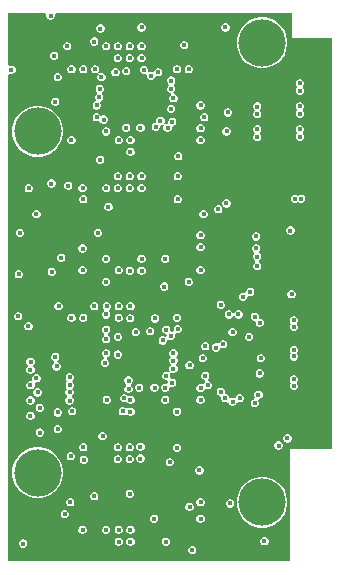
<source format=gbr>
G04*
G04 #@! TF.GenerationSoftware,Altium Limited,Altium Designer,24.9.1 (31)*
G04*
G04 Layer_Physical_Order=2*
G04 Layer_Color=12811406*
%FSLAX44Y44*%
%MOMM*%
G71*
G04*
G04 #@! TF.SameCoordinates,FD4918BF-9287-427B-8844-C27258197B88*
G04*
G04*
G04 #@! TF.FilePolarity,Positive*
G04*
G01*
G75*
%ADD58C,4.0000*%
%ADD59C,0.4000*%
G36*
X240000Y443000D02*
X274000D01*
Y95000D01*
X239000D01*
Y0D01*
X0D01*
Y412090D01*
X1500Y412948D01*
X2108Y412696D01*
X3500D01*
X4786Y413229D01*
X5771Y414214D01*
X6304Y415500D01*
Y416892D01*
X5771Y418179D01*
X4786Y419163D01*
X3500Y419696D01*
X2108D01*
X1500Y419445D01*
X0Y420302D01*
Y464000D01*
X31416D01*
X32500Y462696D01*
Y461304D01*
X33033Y460017D01*
X34017Y459033D01*
X35304Y458500D01*
X36696D01*
X37983Y459033D01*
X38967Y460017D01*
X39500Y461304D01*
Y462696D01*
X40584Y464000D01*
X240000D01*
Y443000D01*
D02*
G37*
%LPC*%
G36*
X184696Y455500D02*
X183304D01*
X182017Y454967D01*
X181033Y453983D01*
X180500Y452696D01*
Y451304D01*
X181033Y450017D01*
X182017Y449033D01*
X183304Y448500D01*
X184696D01*
X185983Y449033D01*
X186967Y450017D01*
X187500Y451304D01*
Y452696D01*
X186967Y453983D01*
X185983Y454967D01*
X184696Y455500D01*
D02*
G37*
G36*
X113696D02*
X112304D01*
X111017Y454967D01*
X110033Y453983D01*
X109500Y452696D01*
Y451304D01*
X110033Y450017D01*
X111017Y449033D01*
X112304Y448500D01*
X113696D01*
X114983Y449033D01*
X115967Y450017D01*
X116500Y451304D01*
Y452696D01*
X115967Y453983D01*
X114983Y454967D01*
X113696Y455500D01*
D02*
G37*
G36*
X78896Y454500D02*
X77504D01*
X76217Y453967D01*
X75233Y452983D01*
X74700Y451696D01*
Y450304D01*
X75233Y449017D01*
X76217Y448033D01*
X77504Y447500D01*
X78896D01*
X80183Y448033D01*
X81167Y449017D01*
X81700Y450304D01*
Y451696D01*
X81167Y452983D01*
X80183Y453967D01*
X78896Y454500D01*
D02*
G37*
G36*
X73696Y443500D02*
X72304D01*
X71017Y442967D01*
X70033Y441983D01*
X69500Y440696D01*
Y439304D01*
X70033Y438017D01*
X71017Y437033D01*
X72304Y436500D01*
X73696D01*
X74983Y437033D01*
X75967Y438017D01*
X76500Y439304D01*
Y440696D01*
X75967Y441983D01*
X74983Y442967D01*
X73696Y443500D01*
D02*
G37*
G36*
X149696Y440500D02*
X148304D01*
X147017Y439967D01*
X146033Y438983D01*
X145500Y437696D01*
Y436304D01*
X146033Y435017D01*
X147017Y434033D01*
X148304Y433500D01*
X149696D01*
X150983Y434033D01*
X151967Y435017D01*
X152500Y436304D01*
Y437696D01*
X151967Y438983D01*
X150983Y439967D01*
X149696Y440500D01*
D02*
G37*
G36*
X50696Y439750D02*
X49304D01*
X48017Y439217D01*
X47033Y438233D01*
X46500Y436946D01*
Y435554D01*
X47033Y434267D01*
X48017Y433283D01*
X49304Y432750D01*
X50696D01*
X51983Y433283D01*
X52967Y434267D01*
X53500Y435554D01*
Y436946D01*
X52967Y438233D01*
X51983Y439217D01*
X50696Y439750D01*
D02*
G37*
G36*
X113696Y439500D02*
X112304D01*
X111017Y438967D01*
X110033Y437983D01*
X109500Y436696D01*
Y435304D01*
X110033Y434017D01*
X111017Y433033D01*
X112304Y432500D01*
X113696D01*
X114983Y433033D01*
X115967Y434017D01*
X116500Y435304D01*
Y436696D01*
X115967Y437983D01*
X114983Y438967D01*
X113696Y439500D01*
D02*
G37*
G36*
X103696D02*
X102304D01*
X101017Y438967D01*
X100033Y437983D01*
X99500Y436696D01*
Y435304D01*
X100033Y434017D01*
X101017Y433033D01*
X102304Y432500D01*
X103696D01*
X104983Y433033D01*
X105967Y434017D01*
X106500Y435304D01*
Y436696D01*
X105967Y437983D01*
X104983Y438967D01*
X103696Y439500D01*
D02*
G37*
G36*
X93696D02*
X92304D01*
X91017Y438967D01*
X90033Y437983D01*
X89500Y436696D01*
Y435304D01*
X90033Y434017D01*
X91017Y433033D01*
X92304Y432500D01*
X93696D01*
X94983Y433033D01*
X95967Y434017D01*
X96500Y435304D01*
Y436696D01*
X95967Y437983D01*
X94983Y438967D01*
X93696Y439500D01*
D02*
G37*
G36*
X83696Y439500D02*
X82304D01*
X81017Y438967D01*
X80033Y437983D01*
X79500Y436696D01*
Y435304D01*
X80033Y434017D01*
X81017Y433033D01*
X82304Y432500D01*
X83696D01*
X84983Y433033D01*
X85967Y434017D01*
X86500Y435304D01*
Y436696D01*
X85967Y437983D01*
X84983Y438967D01*
X83696Y439500D01*
D02*
G37*
G36*
X39696Y431500D02*
X38304D01*
X37017Y430967D01*
X36033Y429983D01*
X35500Y428696D01*
Y427304D01*
X36033Y426017D01*
X37017Y425033D01*
X38304Y424500D01*
X39696D01*
X40983Y425033D01*
X41967Y426017D01*
X42500Y427304D01*
Y428696D01*
X41967Y429983D01*
X40983Y430967D01*
X39696Y431500D01*
D02*
G37*
G36*
X113696Y429500D02*
X112304D01*
X111017Y428967D01*
X110033Y427983D01*
X109500Y426696D01*
Y425304D01*
X110033Y424017D01*
X111017Y423033D01*
X112304Y422500D01*
X113696D01*
X114983Y423033D01*
X115967Y424017D01*
X116500Y425304D01*
Y426696D01*
X115967Y427983D01*
X114983Y428967D01*
X113696Y429500D01*
D02*
G37*
G36*
X103696D02*
X102304D01*
X101017Y428967D01*
X100033Y427983D01*
X99500Y426696D01*
Y425304D01*
X100033Y424017D01*
X101017Y423033D01*
X102304Y422500D01*
X103696D01*
X104983Y423033D01*
X105967Y424017D01*
X106500Y425304D01*
Y426696D01*
X105967Y427983D01*
X104983Y428967D01*
X103696Y429500D01*
D02*
G37*
G36*
X93696D02*
X92304D01*
X91017Y428967D01*
X90033Y427983D01*
X89500Y426696D01*
Y425304D01*
X90033Y424017D01*
X91017Y423033D01*
X92304Y422500D01*
X93696D01*
X94983Y423033D01*
X95967Y424017D01*
X96500Y425304D01*
Y426696D01*
X95967Y427983D01*
X94983Y428967D01*
X93696Y429500D01*
D02*
G37*
G36*
X217118Y460500D02*
X212882D01*
X208729Y459674D01*
X204816Y458053D01*
X201295Y455700D01*
X198300Y452705D01*
X195947Y449184D01*
X194326Y445271D01*
X193500Y441118D01*
Y436882D01*
X194326Y432729D01*
X195947Y428816D01*
X198300Y425295D01*
X201295Y422300D01*
X204816Y419947D01*
X208729Y418326D01*
X212882Y417500D01*
X217118D01*
X221271Y418326D01*
X225184Y419947D01*
X228705Y422300D01*
X231700Y425295D01*
X234053Y428816D01*
X235674Y432729D01*
X236500Y436882D01*
Y441118D01*
X235674Y445271D01*
X234053Y449184D01*
X231700Y452705D01*
X228705Y455700D01*
X225184Y458053D01*
X221271Y459674D01*
X217118Y460500D01*
D02*
G37*
G36*
X153696Y420100D02*
X152304D01*
X151017Y419567D01*
X150033Y418583D01*
X149500Y417296D01*
Y415904D01*
X150033Y414617D01*
X151017Y413633D01*
X152304Y413100D01*
X153696D01*
X154983Y413633D01*
X155967Y414617D01*
X156500Y415904D01*
Y417296D01*
X155967Y418583D01*
X154983Y419567D01*
X153696Y420100D01*
D02*
G37*
G36*
X143696D02*
X142304D01*
X141017Y419567D01*
X140033Y418583D01*
X139500Y417296D01*
Y415904D01*
X140033Y414617D01*
X141017Y413633D01*
X142304Y413100D01*
X143696D01*
X144983Y413633D01*
X145967Y414617D01*
X146500Y415904D01*
Y417296D01*
X145967Y418583D01*
X144983Y419567D01*
X143696Y420100D01*
D02*
G37*
G36*
X64296D02*
X62904D01*
X61617Y419567D01*
X60633Y418583D01*
X60100Y417296D01*
Y415904D01*
X60633Y414617D01*
X61617Y413633D01*
X62904Y413100D01*
X64296D01*
X65583Y413633D01*
X66567Y414617D01*
X67100Y415904D01*
Y417296D01*
X66567Y418583D01*
X65583Y419567D01*
X64296Y420100D01*
D02*
G37*
G36*
X54296D02*
X52904D01*
X51617Y419567D01*
X50633Y418583D01*
X50100Y417296D01*
Y415904D01*
X50633Y414617D01*
X51617Y413633D01*
X52904Y413100D01*
X54296D01*
X55583Y413633D01*
X56567Y414617D01*
X57100Y415904D01*
Y417296D01*
X56567Y418583D01*
X55583Y419567D01*
X54296Y420100D01*
D02*
G37*
G36*
X100696Y418500D02*
X99304D01*
X98017Y417967D01*
X97033Y416983D01*
X96500Y415696D01*
Y414304D01*
X97033Y413017D01*
X98017Y412033D01*
X99304Y411500D01*
X100696D01*
X101983Y412033D01*
X102967Y413017D01*
X103500Y414304D01*
Y415696D01*
X102967Y416983D01*
X101983Y417967D01*
X100696Y418500D01*
D02*
G37*
G36*
X115696Y419500D02*
X114304D01*
X113017Y418967D01*
X112033Y417983D01*
X111500Y416696D01*
Y415304D01*
X112033Y414017D01*
X113017Y413033D01*
X114304Y412500D01*
X115696D01*
X116316Y412757D01*
X117500Y411696D01*
Y410304D01*
X118033Y409017D01*
X119017Y408033D01*
X120304Y407500D01*
X121696D01*
X122983Y408033D01*
X123967Y409017D01*
X124303Y409829D01*
X124597Y410325D01*
X126000Y410626D01*
X126304Y410500D01*
X127696D01*
X128983Y411033D01*
X129967Y412017D01*
X130500Y413304D01*
Y414696D01*
X129967Y415983D01*
X128983Y416967D01*
X127696Y417500D01*
X126304D01*
X125017Y416967D01*
X124033Y415983D01*
X123697Y415171D01*
X123403Y414675D01*
X122000Y414374D01*
X121696Y414500D01*
X120304D01*
X119684Y414243D01*
X118500Y415304D01*
Y416696D01*
X117967Y417983D01*
X116983Y418967D01*
X115696Y419500D01*
D02*
G37*
G36*
X91696Y417500D02*
X90304D01*
X89017Y416967D01*
X88033Y415983D01*
X87500Y414696D01*
Y413304D01*
X88033Y412017D01*
X89017Y411033D01*
X90304Y410500D01*
X91696D01*
X92983Y411033D01*
X93967Y412017D01*
X94500Y413304D01*
Y414696D01*
X93967Y415983D01*
X92983Y416967D01*
X91696Y417500D01*
D02*
G37*
G36*
X74296Y420100D02*
X72904D01*
X71617Y419567D01*
X70633Y418583D01*
X70100Y417296D01*
Y415904D01*
X70633Y414617D01*
X71617Y413633D01*
X72904Y413100D01*
X74296D01*
X75583Y413633D01*
X76608Y412557D01*
X76033Y411983D01*
X75500Y410696D01*
Y409304D01*
X76033Y408017D01*
X77017Y407033D01*
X78304Y406500D01*
X79696D01*
X80983Y407033D01*
X81967Y408017D01*
X82500Y409304D01*
Y410696D01*
X81967Y411983D01*
X80983Y412967D01*
X79696Y413500D01*
X78304D01*
X77017Y412967D01*
X75992Y414043D01*
X76567Y414618D01*
X77100Y415904D01*
Y417296D01*
X76567Y418583D01*
X75583Y419567D01*
X74296Y420100D01*
D02*
G37*
G36*
X42696Y413500D02*
X41304D01*
X40017Y412967D01*
X39033Y411983D01*
X38500Y410696D01*
Y409304D01*
X39033Y408017D01*
X40017Y407033D01*
X41304Y406500D01*
X42696D01*
X43983Y407033D01*
X44967Y408017D01*
X45500Y409304D01*
Y410696D01*
X44967Y411983D01*
X43983Y412967D01*
X42696Y413500D01*
D02*
G37*
G36*
X247821Y408375D02*
X246429D01*
X245142Y407842D01*
X244158Y406858D01*
X243625Y405571D01*
Y404179D01*
X244158Y402892D01*
X244445Y402605D01*
X244986Y401625D01*
X244445Y400645D01*
X244158Y400358D01*
X243625Y399071D01*
Y397679D01*
X244158Y396392D01*
X245142Y395408D01*
X246429Y394875D01*
X247821D01*
X249108Y395408D01*
X250092Y396392D01*
X250625Y397679D01*
Y399071D01*
X250092Y400358D01*
X249805Y400645D01*
X249264Y401625D01*
X249805Y402605D01*
X250092Y402892D01*
X250625Y404179D01*
Y405571D01*
X250092Y406858D01*
X249108Y407842D01*
X247821Y408375D01*
D02*
G37*
G36*
X138696Y410500D02*
X137304D01*
X136017Y409967D01*
X135033Y408983D01*
X134500Y407696D01*
Y406304D01*
X135033Y405017D01*
X135623Y404427D01*
X135873Y403500D01*
X135623Y402573D01*
X135033Y401983D01*
X134500Y400696D01*
Y399304D01*
X135033Y398017D01*
X136017Y397033D01*
X137304Y396500D01*
X137798D01*
X138097Y395000D01*
X138017Y394967D01*
X137033Y393983D01*
X136500Y392696D01*
Y391304D01*
X137033Y390017D01*
X138017Y389033D01*
X139304Y388500D01*
X140696D01*
X141983Y389033D01*
X142967Y390017D01*
X143500Y391304D01*
Y392696D01*
X142967Y393983D01*
X141983Y394967D01*
X140696Y395500D01*
X140202D01*
X139903Y397000D01*
X139983Y397033D01*
X140967Y398017D01*
X141500Y399304D01*
Y400696D01*
X140967Y401983D01*
X140377Y402573D01*
X140127Y403500D01*
X140377Y404427D01*
X140967Y405017D01*
X141500Y406304D01*
Y407696D01*
X140967Y408983D01*
X139983Y409967D01*
X138696Y410500D01*
D02*
G37*
G36*
X40696Y392500D02*
X39304D01*
X38017Y391967D01*
X37033Y390983D01*
X36500Y389696D01*
Y388304D01*
X37033Y387017D01*
X38017Y386033D01*
X39304Y385500D01*
X40696D01*
X41983Y386033D01*
X42967Y387017D01*
X43500Y388304D01*
Y389696D01*
X42967Y390983D01*
X41983Y391967D01*
X40696Y392500D01*
D02*
G37*
G36*
X163696Y389500D02*
X162304D01*
X161017Y388967D01*
X160033Y387983D01*
X159500Y386696D01*
Y385304D01*
X160033Y384017D01*
X161017Y383033D01*
X162304Y382500D01*
X163696D01*
X164983Y383033D01*
X165967Y384017D01*
X166500Y385304D01*
Y386696D01*
X165967Y387983D01*
X164983Y388967D01*
X163696Y389500D01*
D02*
G37*
G36*
X78296Y403500D02*
X76904D01*
X75617Y402967D01*
X74633Y401983D01*
X74100Y400696D01*
Y399304D01*
X74633Y398017D01*
X75047Y397603D01*
X75019Y396062D01*
X74870Y395820D01*
X74033Y394983D01*
X73500Y393696D01*
Y392304D01*
X74033Y391017D01*
X74124Y390926D01*
X74140Y390802D01*
X73685Y389244D01*
X73017Y388967D01*
X72033Y387983D01*
X71500Y386696D01*
Y385304D01*
X72033Y384017D01*
X73017Y383033D01*
X74304Y382500D01*
X75696D01*
X76983Y383033D01*
X77967Y384017D01*
X78500Y385304D01*
Y386696D01*
X77967Y387983D01*
X77875Y388074D01*
X77860Y388198D01*
X78315Y389756D01*
X78983Y390033D01*
X79967Y391017D01*
X80500Y392304D01*
Y393696D01*
X79967Y394983D01*
X79553Y395397D01*
X79581Y396938D01*
X79730Y397180D01*
X80567Y398017D01*
X81100Y399304D01*
Y400696D01*
X80567Y401983D01*
X79583Y402967D01*
X78296Y403500D01*
D02*
G37*
G36*
X138696Y386500D02*
X137304D01*
X136017Y385967D01*
X135033Y384983D01*
X134500Y383696D01*
Y382304D01*
X135033Y381017D01*
X136017Y380033D01*
X137304Y379500D01*
X138696D01*
X139983Y380033D01*
X140967Y381017D01*
X141500Y382304D01*
Y383696D01*
X140967Y384983D01*
X139983Y385967D01*
X138696Y386500D01*
D02*
G37*
G36*
X186796Y383500D02*
X185404D01*
X184117Y382967D01*
X183133Y381983D01*
X182600Y380696D01*
Y379304D01*
X183133Y378017D01*
X184117Y377033D01*
X185404Y376500D01*
X186796D01*
X188083Y377033D01*
X189067Y378017D01*
X189600Y379304D01*
Y380696D01*
X189067Y381983D01*
X188083Y382967D01*
X186796Y383500D01*
D02*
G37*
G36*
X247821Y388875D02*
X246429D01*
X245142Y388342D01*
X244158Y387358D01*
X243625Y386071D01*
Y384679D01*
X244158Y383392D01*
X244445Y383105D01*
X244986Y382125D01*
X244445Y381145D01*
X244158Y380858D01*
X243625Y379571D01*
Y378179D01*
X244158Y376892D01*
X245142Y375908D01*
X246429Y375375D01*
X247821D01*
X249108Y375908D01*
X250092Y376892D01*
X250625Y378179D01*
Y379571D01*
X250092Y380858D01*
X249805Y381145D01*
X249264Y382125D01*
X249805Y383105D01*
X250092Y383392D01*
X250625Y384679D01*
Y386071D01*
X250092Y387358D01*
X249108Y388342D01*
X247821Y388875D01*
D02*
G37*
G36*
X211696Y388500D02*
X210304D01*
X209017Y387967D01*
X208033Y386983D01*
X207500Y385696D01*
Y384304D01*
X208033Y383017D01*
X208195Y382855D01*
X208809Y381744D01*
X208195Y380895D01*
X207908Y380608D01*
X207375Y379321D01*
Y377929D01*
X207908Y376642D01*
X208892Y375658D01*
X210179Y375125D01*
X211571D01*
X212858Y375658D01*
X213842Y376642D01*
X214375Y377929D01*
Y379321D01*
X213842Y380608D01*
X213680Y380770D01*
X213066Y381881D01*
X213680Y382730D01*
X213967Y383017D01*
X214500Y384304D01*
Y385696D01*
X213967Y386983D01*
X212983Y387967D01*
X211696Y388500D01*
D02*
G37*
G36*
X166696Y379500D02*
X165304D01*
X164017Y378967D01*
X163033Y377983D01*
X162500Y376696D01*
Y375304D01*
X163033Y374017D01*
X164017Y373033D01*
X165304Y372500D01*
X166696D01*
X167983Y373033D01*
X168967Y374017D01*
X169500Y375304D01*
Y376696D01*
X168967Y377983D01*
X167983Y378967D01*
X166696Y379500D01*
D02*
G37*
G36*
X75696D02*
X74304D01*
X73017Y378967D01*
X72033Y377983D01*
X71500Y376696D01*
Y375304D01*
X72033Y374017D01*
X73017Y373033D01*
X74304Y372500D01*
X75696D01*
X76983Y373033D01*
X78033Y372017D01*
X79017Y371033D01*
X80304Y370500D01*
X81696D01*
X82983Y371033D01*
X83967Y372017D01*
X84500Y373304D01*
Y374696D01*
X83967Y375983D01*
X82983Y376967D01*
X81696Y377500D01*
X80304D01*
X79017Y376967D01*
X77967Y377983D01*
X76983Y378967D01*
X75696Y379500D01*
D02*
G37*
G36*
X129696Y376500D02*
X128304D01*
X127017Y375967D01*
X126033Y374983D01*
X125500Y373696D01*
Y372304D01*
X124304Y371500D01*
X123017Y370967D01*
X122033Y369983D01*
X121500Y368696D01*
Y367304D01*
X122033Y366017D01*
X123017Y365033D01*
X124304Y364500D01*
X125696D01*
X126983Y365033D01*
X127967Y366017D01*
X128500Y367304D01*
Y368696D01*
X129696Y369500D01*
X130983Y370033D01*
X132033Y368983D01*
X131500Y367696D01*
Y366304D01*
X132033Y365017D01*
X133017Y364033D01*
X134304Y363500D01*
X135696D01*
X136983Y364033D01*
X137967Y365017D01*
X138500Y366304D01*
Y367696D01*
X139696Y368500D01*
X140983Y369033D01*
X141967Y370017D01*
X142500Y371304D01*
Y372696D01*
X141967Y373983D01*
X140983Y374967D01*
X139696Y375500D01*
X138304D01*
X137017Y374967D01*
X136033Y373983D01*
X135500Y372696D01*
Y371304D01*
X134304Y370500D01*
X133018Y369967D01*
X131967Y371017D01*
X132500Y372304D01*
Y373696D01*
X131967Y374983D01*
X130983Y375967D01*
X129696Y376500D01*
D02*
G37*
G36*
X112696Y370500D02*
X111304D01*
X110017Y369967D01*
X109033Y368983D01*
X108500Y367696D01*
Y366304D01*
X109033Y365017D01*
X110017Y364033D01*
X111304Y363500D01*
X112696D01*
X113983Y364033D01*
X114967Y365017D01*
X115500Y366304D01*
Y367696D01*
X114967Y368983D01*
X113983Y369967D01*
X112696Y370500D01*
D02*
G37*
G36*
X100696D02*
X99304D01*
X98017Y369967D01*
X97033Y368983D01*
X96500Y367696D01*
Y366304D01*
X97033Y365017D01*
X98017Y364033D01*
X99304Y363500D01*
X100696D01*
X101983Y364033D01*
X102967Y365017D01*
X103500Y366304D01*
Y367696D01*
X102967Y368983D01*
X101983Y369967D01*
X100696Y370500D01*
D02*
G37*
G36*
X163696Y370100D02*
X162304D01*
X161017Y369567D01*
X160033Y368583D01*
X159500Y367296D01*
Y365904D01*
X160033Y364617D01*
X161017Y363633D01*
X162304Y363100D01*
X163696D01*
X164983Y363633D01*
X165967Y364617D01*
X166500Y365904D01*
Y367296D01*
X165967Y368583D01*
X164983Y369567D01*
X163696Y370100D01*
D02*
G37*
G36*
X185696Y367500D02*
X184304D01*
X183017Y366967D01*
X182033Y365983D01*
X181500Y364696D01*
Y363304D01*
X182033Y362017D01*
X183017Y361033D01*
X184304Y360500D01*
X185696D01*
X186983Y361033D01*
X187967Y362017D01*
X188500Y363304D01*
Y364696D01*
X187967Y365983D01*
X186983Y366967D01*
X185696Y367500D01*
D02*
G37*
G36*
X83696D02*
X82304D01*
X81017Y366967D01*
X80033Y365983D01*
X79500Y364696D01*
Y363304D01*
X80033Y362017D01*
X81017Y361033D01*
X82304Y360500D01*
X83696D01*
X84983Y361033D01*
X85967Y362017D01*
X86500Y363304D01*
Y364696D01*
X85967Y365983D01*
X84983Y366967D01*
X83696Y367500D01*
D02*
G37*
G36*
X247821Y369375D02*
X246429D01*
X245142Y368842D01*
X244158Y367858D01*
X243625Y366571D01*
Y365179D01*
X244158Y363892D01*
X244445Y363605D01*
X244986Y362625D01*
X244445Y361645D01*
X244158Y361358D01*
X243625Y360071D01*
Y358679D01*
X244158Y357392D01*
X245142Y356408D01*
X246429Y355875D01*
X247821D01*
X249108Y356408D01*
X250092Y357392D01*
X250625Y358679D01*
Y360071D01*
X250092Y361358D01*
X249805Y361645D01*
X249264Y362625D01*
X249805Y363605D01*
X250092Y363892D01*
X250625Y365179D01*
Y366571D01*
X250092Y367858D01*
X249108Y368842D01*
X247821Y369375D01*
D02*
G37*
G36*
X211571Y369125D02*
X210179D01*
X208892Y368592D01*
X207908Y367608D01*
X207375Y366321D01*
Y364929D01*
X207908Y363642D01*
X208195Y363355D01*
X208736Y362375D01*
X208195Y361395D01*
X207908Y361108D01*
X207375Y359821D01*
Y358429D01*
X207908Y357142D01*
X208892Y356158D01*
X210179Y355625D01*
X211571D01*
X212858Y356158D01*
X213842Y357142D01*
X214375Y358429D01*
Y359821D01*
X213842Y361108D01*
X213555Y361395D01*
X213014Y362375D01*
X213555Y363355D01*
X213842Y363642D01*
X214375Y364929D01*
Y366321D01*
X213842Y367608D01*
X212858Y368592D01*
X211571Y369125D01*
D02*
G37*
G36*
X163696Y360100D02*
X162304D01*
X161017Y359567D01*
X160033Y358583D01*
X159500Y357296D01*
Y355904D01*
X160033Y354617D01*
X161017Y353633D01*
X162304Y353100D01*
X163696D01*
X164983Y353633D01*
X165967Y354617D01*
X166500Y355904D01*
Y357296D01*
X165967Y358583D01*
X164983Y359567D01*
X163696Y360100D01*
D02*
G37*
G36*
X104296D02*
X102904D01*
X101617Y359567D01*
X100633Y358583D01*
X100100Y357296D01*
Y355904D01*
X100633Y354617D01*
X101617Y353633D01*
X102904Y353100D01*
X104296D01*
X105583Y353633D01*
X106567Y354617D01*
X107100Y355904D01*
Y357296D01*
X106567Y358583D01*
X105583Y359567D01*
X104296Y360100D01*
D02*
G37*
G36*
X94296D02*
X92904D01*
X91617Y359567D01*
X90633Y358583D01*
X90100Y357296D01*
Y355904D01*
X90633Y354617D01*
X91617Y353633D01*
X92904Y353100D01*
X94296D01*
X95583Y353633D01*
X96567Y354617D01*
X97100Y355904D01*
Y357296D01*
X96567Y358583D01*
X95583Y359567D01*
X94296Y360100D01*
D02*
G37*
G36*
X54296D02*
X52904D01*
X51617Y359567D01*
X50633Y358583D01*
X50100Y357296D01*
Y355904D01*
X50633Y354617D01*
X51617Y353633D01*
X52904Y353100D01*
X54296D01*
X55583Y353633D01*
X56567Y354617D01*
X57100Y355904D01*
Y357296D01*
X56567Y358583D01*
X55583Y359567D01*
X54296Y360100D01*
D02*
G37*
G36*
X104296Y350100D02*
X102904D01*
X101617Y349567D01*
X100633Y348583D01*
X100100Y347296D01*
Y345904D01*
X100633Y344617D01*
X101617Y343633D01*
X102904Y343100D01*
X104296D01*
X105583Y343633D01*
X106567Y344617D01*
X107100Y345904D01*
Y347296D01*
X106567Y348583D01*
X105583Y349567D01*
X104296Y350100D01*
D02*
G37*
G36*
X27118Y385500D02*
X22882D01*
X18729Y384674D01*
X14816Y383053D01*
X11295Y380700D01*
X8300Y377705D01*
X5947Y374184D01*
X4326Y370271D01*
X3500Y366118D01*
Y361882D01*
X4326Y357729D01*
X5947Y353816D01*
X8300Y350295D01*
X11295Y347300D01*
X14816Y344947D01*
X18729Y343326D01*
X22882Y342500D01*
X27118D01*
X31271Y343326D01*
X35184Y344947D01*
X38705Y347300D01*
X41700Y350295D01*
X44053Y353816D01*
X45674Y357729D01*
X46500Y361882D01*
Y366118D01*
X45674Y370271D01*
X44053Y374184D01*
X41700Y377705D01*
X38705Y380700D01*
X35184Y383053D01*
X31271Y384674D01*
X27118Y385500D01*
D02*
G37*
G36*
X144696Y346500D02*
X143304D01*
X142017Y345967D01*
X141033Y344983D01*
X140500Y343696D01*
Y342304D01*
X141033Y341017D01*
X142017Y340033D01*
X143304Y339500D01*
X144696D01*
X145983Y340033D01*
X146967Y341017D01*
X147500Y342304D01*
Y343696D01*
X146967Y344983D01*
X145983Y345967D01*
X144696Y346500D01*
D02*
G37*
G36*
X78696Y343500D02*
X77304D01*
X76017Y342967D01*
X75033Y341983D01*
X74500Y340696D01*
Y339304D01*
X75033Y338017D01*
X76017Y337033D01*
X77304Y336500D01*
X78696D01*
X79983Y337033D01*
X80967Y338017D01*
X81500Y339304D01*
Y340696D01*
X80967Y341983D01*
X79983Y342967D01*
X78696Y343500D01*
D02*
G37*
G36*
X144296Y329500D02*
X142904D01*
X141617Y328967D01*
X140633Y327983D01*
X140100Y326696D01*
Y325304D01*
X140633Y324017D01*
X141617Y323033D01*
X142904Y322500D01*
X144296D01*
X145583Y323033D01*
X146567Y324017D01*
X147100Y325304D01*
Y326696D01*
X146567Y327983D01*
X145583Y328967D01*
X144296Y329500D01*
D02*
G37*
G36*
X113696D02*
X112304D01*
X111017Y328967D01*
X110033Y327983D01*
X109500Y326696D01*
Y325304D01*
X110033Y324017D01*
X111017Y323033D01*
X112304Y322500D01*
X113696D01*
X114983Y323033D01*
X115967Y324017D01*
X116500Y325304D01*
Y326696D01*
X115967Y327983D01*
X114983Y328967D01*
X113696Y329500D01*
D02*
G37*
G36*
X103696D02*
X102304D01*
X101017Y328967D01*
X100033Y327983D01*
X99500Y326696D01*
Y325304D01*
X100033Y324017D01*
X101017Y323033D01*
X102304Y322500D01*
X103696D01*
X104983Y323033D01*
X105967Y324017D01*
X106500Y325304D01*
Y326696D01*
X105967Y327983D01*
X104983Y328967D01*
X103696Y329500D01*
D02*
G37*
G36*
X93696D02*
X92304D01*
X91017Y328967D01*
X90033Y327983D01*
X89500Y326696D01*
Y325304D01*
X90033Y324017D01*
X91017Y323033D01*
X92304Y322500D01*
X93696D01*
X94983Y323033D01*
X95967Y324017D01*
X96500Y325304D01*
Y326696D01*
X95967Y327983D01*
X94983Y328967D01*
X93696Y329500D01*
D02*
G37*
G36*
X37370Y323330D02*
X35978D01*
X34692Y322797D01*
X33707Y321812D01*
X33174Y320526D01*
Y319133D01*
X33707Y317847D01*
X34692Y316862D01*
X35978Y316329D01*
X37370D01*
X38657Y316862D01*
X39641Y317847D01*
X40174Y319133D01*
Y320526D01*
X39641Y321812D01*
X38657Y322797D01*
X37370Y323330D01*
D02*
G37*
G36*
X51696Y321500D02*
X50304D01*
X49017Y320967D01*
X48033Y319983D01*
X47500Y318696D01*
Y317304D01*
X48033Y316017D01*
X49017Y315033D01*
X50304Y314500D01*
X51696D01*
X52983Y315033D01*
X53967Y316017D01*
X54500Y317304D01*
Y318696D01*
X53967Y319983D01*
X52983Y320967D01*
X51696Y321500D01*
D02*
G37*
G36*
X113696Y319500D02*
X112304D01*
X111017Y318967D01*
X110033Y317983D01*
X109500Y316696D01*
Y315304D01*
X110033Y314017D01*
X111017Y313033D01*
X112304Y312500D01*
X113696D01*
X114983Y313033D01*
X115967Y314017D01*
X116500Y315304D01*
Y316696D01*
X115967Y317983D01*
X114983Y318967D01*
X113696Y319500D01*
D02*
G37*
G36*
X103696D02*
X102304D01*
X101017Y318967D01*
X100033Y317983D01*
X99500Y316696D01*
Y315304D01*
X100033Y314017D01*
X101017Y313033D01*
X102304Y312500D01*
X103696D01*
X104983Y313033D01*
X105967Y314017D01*
X106500Y315304D01*
Y316696D01*
X105967Y317983D01*
X104983Y318967D01*
X103696Y319500D01*
D02*
G37*
G36*
X93696D02*
X92304D01*
X91017Y318967D01*
X90033Y317983D01*
X89500Y316696D01*
Y315304D01*
X90033Y314017D01*
X91017Y313033D01*
X92304Y312500D01*
X93696D01*
X94983Y313033D01*
X95967Y314017D01*
X96500Y315304D01*
Y316696D01*
X95967Y317983D01*
X94983Y318967D01*
X93696Y319500D01*
D02*
G37*
G36*
X83696D02*
X82304D01*
X81017Y318967D01*
X80033Y317983D01*
X79500Y316696D01*
Y315304D01*
X80033Y314017D01*
X81017Y313033D01*
X82304Y312500D01*
X83696D01*
X84983Y313033D01*
X85967Y314017D01*
X86500Y315304D01*
Y316696D01*
X85967Y317983D01*
X84983Y318967D01*
X83696Y319500D01*
D02*
G37*
G36*
X63696D02*
X62304D01*
X61017Y318967D01*
X60033Y317983D01*
X59500Y316696D01*
Y315304D01*
X60033Y314017D01*
X61017Y313033D01*
X62304Y312500D01*
X63696D01*
X64983Y313033D01*
X65967Y314017D01*
X66500Y315304D01*
Y316696D01*
X65967Y317983D01*
X64983Y318967D01*
X63696Y319500D01*
D02*
G37*
G36*
X18196Y319375D02*
X16804D01*
X15517Y318842D01*
X14533Y317858D01*
X14000Y316571D01*
Y315179D01*
X14533Y313892D01*
X15517Y312908D01*
X16804Y312375D01*
X18196D01*
X19483Y312908D01*
X20467Y313892D01*
X21000Y315179D01*
Y316571D01*
X20467Y317858D01*
X19483Y318842D01*
X18196Y319375D01*
D02*
G37*
G36*
X248696Y310500D02*
X247304D01*
X246017Y309967D01*
X245500Y309450D01*
X244983Y309967D01*
X243696Y310500D01*
X242304D01*
X241017Y309967D01*
X240033Y308983D01*
X239500Y307696D01*
Y306304D01*
X240033Y305017D01*
X241017Y304033D01*
X242304Y303500D01*
X243696D01*
X244983Y304033D01*
X245500Y304550D01*
X246017Y304033D01*
X247304Y303500D01*
X248696D01*
X249983Y304033D01*
X250967Y305017D01*
X251500Y306304D01*
Y307696D01*
X250967Y308983D01*
X249983Y309967D01*
X248696Y310500D01*
D02*
G37*
G36*
X144296Y310100D02*
X142904D01*
X141617Y309567D01*
X140633Y308583D01*
X140100Y307296D01*
Y305904D01*
X140633Y304617D01*
X141617Y303633D01*
X142904Y303100D01*
X144296D01*
X145583Y303633D01*
X146567Y304617D01*
X147100Y305904D01*
Y307296D01*
X146567Y308583D01*
X145583Y309567D01*
X144296Y310100D01*
D02*
G37*
G36*
X64296D02*
X62904D01*
X61617Y309567D01*
X60633Y308583D01*
X60100Y307296D01*
Y305904D01*
X60633Y304617D01*
X61617Y303633D01*
X62904Y303100D01*
X64296D01*
X65583Y303633D01*
X66567Y304617D01*
X67100Y305904D01*
Y307296D01*
X66567Y308583D01*
X65583Y309567D01*
X64296Y310100D01*
D02*
G37*
G36*
X185605Y306455D02*
X184213D01*
X182927Y305922D01*
X181942Y304937D01*
X181409Y303651D01*
Y302258D01*
X181942Y300972D01*
X180770Y300179D01*
X179983Y300967D01*
X178696Y301500D01*
X177304D01*
X176017Y300967D01*
X175033Y299983D01*
X174500Y298696D01*
Y297304D01*
X175033Y296017D01*
X176017Y295033D01*
X177304Y294500D01*
X178696D01*
X179983Y295033D01*
X180967Y296017D01*
X181500Y297304D01*
Y298696D01*
X180967Y299983D01*
X182139Y300775D01*
X182927Y299987D01*
X184213Y299455D01*
X185605D01*
X186892Y299987D01*
X187876Y300972D01*
X188409Y302258D01*
Y303651D01*
X187876Y304937D01*
X186892Y305922D01*
X185605Y306455D01*
D02*
G37*
G36*
X85696Y303500D02*
X84304D01*
X83017Y302967D01*
X82033Y301983D01*
X81500Y300696D01*
Y299304D01*
X82033Y298017D01*
X83017Y297033D01*
X84304Y296500D01*
X85696D01*
X86983Y297033D01*
X87967Y298017D01*
X88500Y299304D01*
Y300696D01*
X87967Y301983D01*
X86983Y302967D01*
X85696Y303500D01*
D02*
G37*
G36*
X166196Y297500D02*
X164804D01*
X163517Y296967D01*
X162533Y295983D01*
X162000Y294696D01*
Y293304D01*
X162533Y292017D01*
X163517Y291033D01*
X164804Y290500D01*
X166196D01*
X167483Y291033D01*
X168467Y292017D01*
X169000Y293304D01*
Y294696D01*
X168467Y295983D01*
X167483Y296967D01*
X166196Y297500D01*
D02*
G37*
G36*
X24696D02*
X23304D01*
X22017Y296967D01*
X21033Y295983D01*
X20500Y294696D01*
Y293304D01*
X21033Y292017D01*
X22017Y291033D01*
X23304Y290500D01*
X24696D01*
X25983Y291033D01*
X26967Y292017D01*
X27500Y293304D01*
Y294696D01*
X26967Y295983D01*
X25983Y296967D01*
X24696Y297500D01*
D02*
G37*
G36*
X239696Y283500D02*
X238304D01*
X237017Y282967D01*
X236033Y281983D01*
X235500Y280696D01*
Y279304D01*
X236033Y278017D01*
X237017Y277033D01*
X238304Y276500D01*
X239696D01*
X240983Y277033D01*
X241967Y278017D01*
X242500Y279304D01*
Y280696D01*
X241967Y281983D01*
X240983Y282967D01*
X239696Y283500D01*
D02*
G37*
G36*
X76696Y281500D02*
X75304D01*
X74017Y280967D01*
X73033Y279983D01*
X72500Y278696D01*
Y277304D01*
X73033Y276017D01*
X74017Y275033D01*
X75304Y274500D01*
X76696D01*
X77983Y275033D01*
X78967Y276017D01*
X79500Y277304D01*
Y278696D01*
X78967Y279983D01*
X77983Y280967D01*
X76696Y281500D01*
D02*
G37*
G36*
X10696D02*
X9304D01*
X8017Y280967D01*
X7033Y279983D01*
X6500Y278696D01*
Y277304D01*
X7033Y276017D01*
X8017Y275033D01*
X9304Y274500D01*
X10696D01*
X11983Y275033D01*
X12967Y276017D01*
X13500Y277304D01*
Y278696D01*
X12967Y279983D01*
X11983Y280967D01*
X10696Y281500D01*
D02*
G37*
G36*
X163696Y279500D02*
X162304D01*
X161017Y278967D01*
X160033Y277983D01*
X159500Y276696D01*
Y275304D01*
X160033Y274017D01*
X161017Y273033D01*
X162304Y272500D01*
X163696D01*
X164983Y273033D01*
X165967Y274017D01*
X166500Y275304D01*
Y276696D01*
X165967Y277983D01*
X164983Y278967D01*
X163696Y279500D01*
D02*
G37*
G36*
X210696Y278500D02*
X209304D01*
X208017Y277967D01*
X207033Y276983D01*
X206500Y275696D01*
Y274304D01*
X207033Y273017D01*
X208017Y272033D01*
X209304Y271500D01*
X210696D01*
X211983Y272033D01*
X212967Y273017D01*
X213500Y274304D01*
Y275696D01*
X212967Y276983D01*
X211983Y277967D01*
X210696Y278500D01*
D02*
G37*
G36*
X163696Y269500D02*
X162304D01*
X161017Y268967D01*
X160033Y267983D01*
X159500Y266696D01*
Y265304D01*
X160033Y264017D01*
X161017Y263033D01*
X162304Y262500D01*
X163696D01*
X164983Y263033D01*
X165967Y264017D01*
X166500Y265304D01*
Y266696D01*
X165967Y267983D01*
X164983Y268967D01*
X163696Y269500D01*
D02*
G37*
G36*
X63696Y268250D02*
X62304D01*
X61017Y267717D01*
X60033Y266733D01*
X59500Y265446D01*
Y264054D01*
X60033Y262767D01*
X61017Y261783D01*
X62304Y261250D01*
X63696D01*
X64983Y261783D01*
X65967Y262767D01*
X66500Y264054D01*
Y265446D01*
X65967Y266733D01*
X64983Y267717D01*
X63696Y268250D01*
D02*
G37*
G36*
X45696Y260500D02*
X44304D01*
X43017Y259967D01*
X42033Y258983D01*
X41500Y257696D01*
Y256304D01*
X42033Y255017D01*
X43017Y254033D01*
X44304Y253500D01*
X45696D01*
X46983Y254033D01*
X47967Y255017D01*
X48500Y256304D01*
Y257696D01*
X47967Y258983D01*
X46983Y259967D01*
X45696Y260500D01*
D02*
G37*
G36*
X113696Y259500D02*
X112304D01*
X111017Y258967D01*
X110033Y257983D01*
X109500Y256696D01*
Y255304D01*
X110033Y254017D01*
X111017Y253033D01*
X112304Y252500D01*
X113696D01*
X114983Y253033D01*
X115967Y254017D01*
X116500Y255304D01*
Y256696D01*
X115967Y257983D01*
X114983Y258967D01*
X113696Y259500D01*
D02*
G37*
G36*
X133696Y259500D02*
X132304D01*
X131017Y258967D01*
X130033Y257983D01*
X129500Y256696D01*
Y255304D01*
X130033Y254017D01*
X131017Y253033D01*
X132304Y252500D01*
X133696D01*
X134983Y253033D01*
X135967Y254017D01*
X136500Y255304D01*
Y256696D01*
X135967Y257983D01*
X134983Y258967D01*
X133696Y259500D01*
D02*
G37*
G36*
X83696D02*
X82304D01*
X81017Y258967D01*
X80033Y257983D01*
X79500Y256696D01*
Y255304D01*
X80033Y254017D01*
X81017Y253033D01*
X82304Y252500D01*
X83696D01*
X84983Y253033D01*
X85967Y254017D01*
X86500Y255304D01*
Y256696D01*
X85967Y257983D01*
X84983Y258967D01*
X83696Y259500D01*
D02*
G37*
G36*
X210696Y268500D02*
X209304D01*
X208017Y267967D01*
X207033Y266983D01*
X206500Y265696D01*
Y264304D01*
X207033Y263017D01*
X207940Y262110D01*
X208020Y262004D01*
X208177Y260343D01*
X207816Y259983D01*
X207283Y258696D01*
Y257304D01*
X207816Y256017D01*
X208801Y255033D01*
X209443Y254767D01*
Y253143D01*
X209017Y252967D01*
X208033Y251983D01*
X207500Y250696D01*
Y249304D01*
X208033Y248017D01*
X209017Y247033D01*
X210304Y246500D01*
X211696D01*
X212983Y247033D01*
X213967Y248017D01*
X214500Y249304D01*
Y250696D01*
X213967Y251983D01*
X212983Y252967D01*
X212341Y253233D01*
Y254857D01*
X212766Y255033D01*
X213751Y256017D01*
X214284Y257304D01*
Y258696D01*
X213751Y259983D01*
X212844Y260890D01*
X212763Y260996D01*
X212607Y262657D01*
X212967Y263017D01*
X213500Y264304D01*
Y265696D01*
X212967Y266983D01*
X211983Y267967D01*
X210696Y268500D01*
D02*
G37*
G36*
X163696Y250100D02*
X162304D01*
X161017Y249567D01*
X160033Y248583D01*
X159500Y247296D01*
Y245904D01*
X160033Y244617D01*
X161017Y243633D01*
X162304Y243100D01*
X163696D01*
X164983Y243633D01*
X165967Y244617D01*
X166500Y245904D01*
Y247296D01*
X165967Y248583D01*
X164983Y249567D01*
X163696Y250100D01*
D02*
G37*
G36*
X94296D02*
X92904D01*
X91617Y249567D01*
X90633Y248583D01*
X90100Y247296D01*
Y245904D01*
X90633Y244617D01*
X91617Y243633D01*
X92904Y243100D01*
X94296D01*
X95583Y243633D01*
X96567Y244617D01*
X97100Y245904D01*
Y247296D01*
X96567Y248583D01*
X95583Y249567D01*
X94296Y250100D01*
D02*
G37*
G36*
X63696D02*
X62304D01*
X61017Y249567D01*
X60033Y248583D01*
X59500Y247296D01*
Y245904D01*
X60033Y244617D01*
X61017Y243633D01*
X62304Y243100D01*
X63696D01*
X64983Y243633D01*
X65967Y244617D01*
X66500Y245904D01*
Y247296D01*
X65967Y248583D01*
X64983Y249567D01*
X63696Y250100D01*
D02*
G37*
G36*
X113696Y249500D02*
X112304D01*
X111017Y248967D01*
X110033Y247983D01*
X109500Y246696D01*
Y245304D01*
X110033Y244017D01*
X111017Y243033D01*
X112304Y242500D01*
X113696D01*
X114983Y243033D01*
X115967Y244017D01*
X116500Y245304D01*
Y246696D01*
X115967Y247983D01*
X114983Y248967D01*
X113696Y249500D01*
D02*
G37*
G36*
X103696D02*
X102304D01*
X101017Y248967D01*
X100033Y247983D01*
X99500Y246696D01*
Y245304D01*
X100033Y244017D01*
X101017Y243033D01*
X102304Y242500D01*
X103696D01*
X104983Y243033D01*
X105967Y244017D01*
X106500Y245304D01*
Y246696D01*
X105967Y247983D01*
X104983Y248967D01*
X103696Y249500D01*
D02*
G37*
G36*
X37696Y248500D02*
X36304D01*
X35017Y247967D01*
X34033Y246983D01*
X33500Y245696D01*
Y244304D01*
X34033Y243017D01*
X35017Y242033D01*
X36304Y241500D01*
X37696D01*
X38983Y242033D01*
X39967Y243017D01*
X40500Y244304D01*
Y245696D01*
X39967Y246983D01*
X38983Y247967D01*
X37696Y248500D01*
D02*
G37*
G36*
X9696Y246500D02*
X8304D01*
X7017Y245967D01*
X6033Y244983D01*
X5500Y243696D01*
Y242304D01*
X6033Y241017D01*
X7017Y240033D01*
X8304Y239500D01*
X9696D01*
X10983Y240033D01*
X11967Y241017D01*
X12500Y242304D01*
Y243696D01*
X11967Y244983D01*
X10983Y245967D01*
X9696Y246500D01*
D02*
G37*
G36*
X153696Y240100D02*
X152304D01*
X151017Y239567D01*
X150033Y238583D01*
X149500Y237296D01*
Y235904D01*
X150033Y234617D01*
X151017Y233633D01*
X152304Y233100D01*
X153696D01*
X154983Y233633D01*
X155967Y234617D01*
X156500Y235904D01*
Y237296D01*
X155967Y238583D01*
X154983Y239567D01*
X153696Y240100D01*
D02*
G37*
G36*
X83696D02*
X82304D01*
X81017Y239567D01*
X80033Y238583D01*
X79500Y237296D01*
Y235904D01*
X80033Y234617D01*
X81017Y233633D01*
X82304Y233100D01*
X83696D01*
X84983Y233633D01*
X85967Y234617D01*
X86500Y235904D01*
Y237296D01*
X85967Y238583D01*
X84983Y239567D01*
X83696Y240100D01*
D02*
G37*
G36*
X132946Y236125D02*
X131554D01*
X130267Y235592D01*
X129283Y234608D01*
X128750Y233321D01*
Y231929D01*
X129283Y230642D01*
X130267Y229658D01*
X131554Y229125D01*
X132946D01*
X134233Y229658D01*
X135217Y230642D01*
X135750Y231929D01*
Y233321D01*
X135217Y234608D01*
X134233Y235592D01*
X132946Y236125D01*
D02*
G37*
G36*
X205696Y231500D02*
X204304D01*
X203017Y230967D01*
X202033Y229983D01*
X201500Y228696D01*
Y228377D01*
X200000Y227374D01*
X199696Y227500D01*
X198304D01*
X197017Y226967D01*
X196033Y225983D01*
X195500Y224696D01*
Y223304D01*
X196033Y222017D01*
X197017Y221033D01*
X198304Y220500D01*
X199696D01*
X200983Y221033D01*
X201967Y222017D01*
X202500Y223304D01*
Y223624D01*
X204000Y224626D01*
X204304Y224500D01*
X205696D01*
X206983Y225033D01*
X207967Y226017D01*
X208500Y227304D01*
Y228696D01*
X207967Y229983D01*
X206983Y230967D01*
X205696Y231500D01*
D02*
G37*
G36*
X240696Y229500D02*
X239304D01*
X238017Y228967D01*
X237033Y227983D01*
X236500Y226696D01*
Y225304D01*
X237033Y224017D01*
X238017Y223033D01*
X239304Y222500D01*
X240696D01*
X241983Y223033D01*
X242967Y224017D01*
X243500Y225304D01*
Y226696D01*
X242967Y227983D01*
X241983Y228967D01*
X240696Y229500D01*
D02*
G37*
G36*
X180696Y220500D02*
X179304D01*
X178017Y219967D01*
X177033Y218983D01*
X176500Y217696D01*
Y216304D01*
X177033Y215017D01*
X178017Y214033D01*
X179304Y213500D01*
X180696D01*
X181983Y214033D01*
X182967Y215017D01*
X183500Y216304D01*
Y217696D01*
X182967Y218983D01*
X181983Y219967D01*
X180696Y220500D01*
D02*
G37*
G36*
X43452Y219546D02*
X42060D01*
X40773Y219014D01*
X39789Y218029D01*
X39256Y216742D01*
Y215350D01*
X39789Y214064D01*
X40773Y213079D01*
X42060Y212546D01*
X43452D01*
X44738Y213079D01*
X45723Y214064D01*
X46256Y215350D01*
Y216742D01*
X45723Y218029D01*
X44738Y219014D01*
X43452Y219546D01*
D02*
G37*
G36*
X104296Y219500D02*
X102904D01*
X101617Y218967D01*
X100633Y217983D01*
X100100Y216696D01*
Y215304D01*
X100633Y214017D01*
X101617Y213033D01*
X102904Y212500D01*
X104296D01*
X105583Y213033D01*
X106567Y214017D01*
X107100Y215304D01*
Y216696D01*
X106567Y217983D01*
X105583Y218967D01*
X104296Y219500D01*
D02*
G37*
G36*
X94296D02*
X92904D01*
X91617Y218967D01*
X90633Y217983D01*
X90100Y216696D01*
Y215304D01*
X90633Y214017D01*
X91617Y213033D01*
X92904Y212500D01*
X94296D01*
X95583Y213033D01*
X96567Y214017D01*
X97100Y215304D01*
Y216696D01*
X96567Y217983D01*
X95583Y218967D01*
X94296Y219500D01*
D02*
G37*
G36*
X73696D02*
X72304D01*
X71017Y218967D01*
X70033Y217983D01*
X69500Y216696D01*
Y215304D01*
X70033Y214017D01*
X71017Y213033D01*
X72304Y212500D01*
X73696D01*
X74983Y213033D01*
X75967Y214017D01*
X76500Y215304D01*
Y216696D01*
X75967Y217983D01*
X74983Y218967D01*
X73696Y219500D01*
D02*
G37*
G36*
X195696Y212500D02*
X194304D01*
X193017Y211967D01*
X192033Y210983D01*
X191812Y210449D01*
X190188D01*
X189967Y210983D01*
X188983Y211967D01*
X187696Y212500D01*
X186304D01*
X185017Y211967D01*
X184033Y210983D01*
X183500Y209696D01*
Y208304D01*
X184033Y207017D01*
X185017Y206033D01*
X186304Y205500D01*
X187696D01*
X188983Y206033D01*
X189967Y207017D01*
X190188Y207551D01*
X191812D01*
X192033Y207017D01*
X193017Y206033D01*
X194304Y205500D01*
X195696D01*
X196983Y206033D01*
X197967Y207017D01*
X198500Y208304D01*
Y209696D01*
X197967Y210983D01*
X196983Y211967D01*
X195696Y212500D01*
D02*
G37*
G36*
X84296Y219500D02*
X82904D01*
X81617Y218967D01*
X80633Y217983D01*
X80100Y216696D01*
Y215304D01*
X80633Y214017D01*
X81047Y213603D01*
X81019Y212062D01*
X80870Y211820D01*
X80033Y210983D01*
X79500Y209696D01*
Y208304D01*
X80033Y207017D01*
X81017Y206033D01*
X82304Y205500D01*
X83696D01*
X84983Y206033D01*
X85967Y207017D01*
X86500Y208304D01*
Y209696D01*
X85967Y210983D01*
X85553Y211397D01*
X85581Y212938D01*
X85730Y213180D01*
X86567Y214017D01*
X87100Y215304D01*
Y216696D01*
X86567Y217983D01*
X85583Y218967D01*
X84296Y219500D01*
D02*
G37*
G36*
X9196Y211000D02*
X7804D01*
X6517Y210467D01*
X5533Y209483D01*
X5000Y208196D01*
Y206804D01*
X5533Y205517D01*
X6517Y204533D01*
X7804Y204000D01*
X9196D01*
X10483Y204533D01*
X11467Y205517D01*
X12000Y206804D01*
Y208196D01*
X11467Y209483D01*
X10483Y210467D01*
X9196Y211000D01*
D02*
G37*
G36*
X143696Y209500D02*
X142304D01*
X141017Y208967D01*
X140033Y207983D01*
X139500Y206696D01*
Y205304D01*
X140033Y204017D01*
X141017Y203033D01*
X142304Y202500D01*
X143696D01*
X144983Y203033D01*
X145967Y204017D01*
X146500Y205304D01*
Y206696D01*
X145967Y207983D01*
X144983Y208967D01*
X143696Y209500D01*
D02*
G37*
G36*
X94296D02*
X92904D01*
X91617Y208967D01*
X90633Y207983D01*
X90100Y206696D01*
Y205304D01*
X90633Y204017D01*
X91617Y203033D01*
X92904Y202500D01*
X94296D01*
X95583Y203033D01*
X96567Y204017D01*
X97100Y205304D01*
Y206696D01*
X96567Y207983D01*
X95583Y208967D01*
X94296Y209500D01*
D02*
G37*
G36*
X64296D02*
X62904D01*
X61617Y208967D01*
X60633Y207983D01*
X60100Y206696D01*
Y205304D01*
X60633Y204017D01*
X61617Y203033D01*
X62904Y202500D01*
X64296D01*
X65583Y203033D01*
X66567Y204017D01*
X67100Y205304D01*
Y206696D01*
X66567Y207983D01*
X65583Y208967D01*
X64296Y209500D01*
D02*
G37*
G36*
X54296D02*
X52904D01*
X51617Y208967D01*
X50633Y207983D01*
X50100Y206696D01*
Y205304D01*
X50633Y204017D01*
X51617Y203033D01*
X52904Y202500D01*
X54296D01*
X55583Y203033D01*
X56567Y204017D01*
X57100Y205304D01*
Y206696D01*
X56567Y207983D01*
X55583Y208967D01*
X54296Y209500D01*
D02*
G37*
G36*
X103996Y209200D02*
X102604D01*
X101317Y208667D01*
X100333Y207683D01*
X99800Y206396D01*
Y205004D01*
X100333Y203717D01*
X101317Y202733D01*
X102604Y202200D01*
X103996D01*
X105283Y202733D01*
X106267Y203717D01*
X106800Y205004D01*
Y206396D01*
X106267Y207683D01*
X105283Y208667D01*
X103996Y209200D01*
D02*
G37*
G36*
X125075Y209121D02*
X123682D01*
X122396Y208589D01*
X121411Y207604D01*
X120879Y206318D01*
Y204925D01*
X121411Y203639D01*
X122396Y202654D01*
X123682Y202121D01*
X125075D01*
X126361Y202654D01*
X127346Y203639D01*
X127879Y204925D01*
Y206318D01*
X127346Y207604D01*
X126361Y208589D01*
X125075Y209121D01*
D02*
G37*
G36*
X209696Y210500D02*
X208304D01*
X207017Y209967D01*
X206033Y208983D01*
X205500Y207696D01*
Y206304D01*
X206033Y205017D01*
X207017Y204033D01*
X208304Y203500D01*
X209500Y202696D01*
Y201304D01*
X210033Y200017D01*
X211017Y199033D01*
X212304Y198500D01*
X213696D01*
X214983Y199033D01*
X215967Y200017D01*
X216500Y201304D01*
Y202696D01*
X215967Y203983D01*
X214983Y204967D01*
X213696Y205500D01*
X212500Y206304D01*
Y207696D01*
X211967Y208983D01*
X210983Y209967D01*
X209696Y210500D01*
D02*
G37*
G36*
X17946Y202500D02*
X16554D01*
X15267Y201967D01*
X14283Y200983D01*
X13750Y199696D01*
Y198304D01*
X14283Y197017D01*
X15267Y196033D01*
X16554Y195500D01*
X17946D01*
X19233Y196033D01*
X20217Y197017D01*
X20750Y198304D01*
Y199696D01*
X20217Y200983D01*
X19233Y201967D01*
X17946Y202500D01*
D02*
G37*
G36*
X242696Y207500D02*
X241304D01*
X240017Y206967D01*
X239033Y205983D01*
X238500Y204696D01*
Y203304D01*
X239033Y202017D01*
X239800Y201250D01*
X239033Y200483D01*
X238500Y199196D01*
Y197804D01*
X239033Y196517D01*
X240017Y195533D01*
X241304Y195000D01*
X242696D01*
X243983Y195533D01*
X244967Y196517D01*
X245500Y197804D01*
Y199196D01*
X244967Y200483D01*
X244200Y201250D01*
X244967Y202017D01*
X245500Y203304D01*
Y204696D01*
X244967Y205983D01*
X243983Y206967D01*
X242696Y207500D01*
D02*
G37*
G36*
X144296Y200100D02*
X142904D01*
X141617Y199567D01*
X140633Y198583D01*
X140100Y197296D01*
Y195904D01*
X140281Y195467D01*
X139133Y194319D01*
X138696Y194500D01*
X137500Y195304D01*
Y196696D01*
X136967Y197983D01*
X135983Y198967D01*
X134696Y199500D01*
X133304D01*
X132017Y198967D01*
X131033Y197983D01*
X130500Y196696D01*
Y195304D01*
X131033Y194017D01*
X132017Y193033D01*
X133304Y192500D01*
X134171Y191917D01*
X134176Y190893D01*
X133584Y190434D01*
X132804Y190041D01*
X131696Y190500D01*
X130304D01*
X129017Y189967D01*
X128033Y188983D01*
X127500Y187696D01*
Y186304D01*
X128033Y185017D01*
X129017Y184033D01*
X130304Y183500D01*
X131696D01*
X132983Y184033D01*
X133967Y185017D01*
X134500Y186304D01*
Y187429D01*
X135243Y187947D01*
X135886Y188164D01*
X136017Y188033D01*
X137304Y187500D01*
X138696D01*
X139983Y188033D01*
X140967Y189017D01*
X141500Y190304D01*
Y191696D01*
X141319Y192133D01*
X142467Y193281D01*
X142904Y193100D01*
X144296D01*
X145583Y193633D01*
X146567Y194617D01*
X147100Y195904D01*
Y197296D01*
X146567Y198583D01*
X145583Y199567D01*
X144296Y200100D01*
D02*
G37*
G36*
X120907Y198290D02*
X119514D01*
X118228Y197757D01*
X117243Y196772D01*
X116711Y195486D01*
Y194093D01*
X117243Y192807D01*
X118228Y191822D01*
X119514Y191290D01*
X120907D01*
X122193Y191822D01*
X123178Y192807D01*
X123710Y194093D01*
Y195486D01*
X123178Y196772D01*
X122193Y197757D01*
X120907Y198290D01*
D02*
G37*
G36*
X190696Y197500D02*
X189304D01*
X188017Y196967D01*
X187033Y195983D01*
X186500Y194696D01*
Y193304D01*
X187033Y192017D01*
X188017Y191033D01*
X189304Y190500D01*
X190696D01*
X191983Y191033D01*
X192967Y192017D01*
X193500Y193304D01*
Y194696D01*
X192967Y195983D01*
X191983Y196967D01*
X190696Y197500D01*
D02*
G37*
G36*
X108696D02*
X107304D01*
X106017Y196967D01*
X105033Y195983D01*
X104500Y194696D01*
Y193304D01*
X105033Y192017D01*
X106017Y191033D01*
X107304Y190500D01*
X108696D01*
X109983Y191033D01*
X110967Y192017D01*
X111500Y193304D01*
Y194696D01*
X110967Y195983D01*
X109983Y196967D01*
X108696Y197500D01*
D02*
G37*
G36*
X204696Y193500D02*
X203304D01*
X202017Y192967D01*
X201033Y191983D01*
X200500Y190696D01*
Y189304D01*
X201033Y188017D01*
X202017Y187033D01*
X203304Y186500D01*
X204696D01*
X205983Y187033D01*
X206967Y188017D01*
X207500Y189304D01*
Y190696D01*
X206967Y191983D01*
X205983Y192967D01*
X204696Y193500D01*
D02*
G37*
G36*
X93696D02*
X92304D01*
X91017Y192967D01*
X90033Y191983D01*
X89500Y190696D01*
Y189304D01*
X90033Y188017D01*
X91017Y187033D01*
X92304Y186500D01*
X93696D01*
X94983Y187033D01*
X95967Y188017D01*
X96500Y189304D01*
Y190696D01*
X95967Y191983D01*
X94983Y192967D01*
X93696Y193500D01*
D02*
G37*
G36*
X83696Y199500D02*
X82304D01*
X81017Y198967D01*
X80033Y197983D01*
X79500Y196696D01*
Y195304D01*
X80033Y194017D01*
X81017Y193033D01*
X81551Y192812D01*
Y191188D01*
X81017Y190967D01*
X80033Y189983D01*
X79500Y188696D01*
Y187304D01*
X80033Y186017D01*
X81017Y185033D01*
X82304Y184500D01*
X83696D01*
X84983Y185033D01*
X85967Y186017D01*
X86500Y187304D01*
Y188696D01*
X85967Y189983D01*
X84983Y190967D01*
X84449Y191188D01*
Y192812D01*
X84983Y193033D01*
X85967Y194017D01*
X86500Y195304D01*
Y196696D01*
X85967Y197983D01*
X84983Y198967D01*
X83696Y199500D01*
D02*
G37*
G36*
X182753Y187443D02*
X181361D01*
X180075Y186910D01*
X179090Y185925D01*
X178766Y185143D01*
X178412Y184611D01*
X177057Y184350D01*
X176696Y184500D01*
X175304D01*
X174017Y183967D01*
X173033Y182983D01*
X172500Y181696D01*
Y180304D01*
X173033Y179017D01*
X174017Y178033D01*
X175304Y177500D01*
X176696D01*
X177983Y178033D01*
X178967Y179017D01*
X179291Y179800D01*
X179646Y180332D01*
X181000Y180592D01*
X181361Y180443D01*
X182753D01*
X184040Y180976D01*
X185024Y181960D01*
X185557Y183247D01*
Y184639D01*
X185024Y185925D01*
X184040Y186910D01*
X182753Y187443D01*
D02*
G37*
G36*
X167696Y185500D02*
X166304D01*
X165017Y184967D01*
X164033Y183983D01*
X163500Y182696D01*
Y181304D01*
X164033Y180017D01*
X165017Y179033D01*
X166304Y178500D01*
X167696D01*
X168983Y179033D01*
X169967Y180017D01*
X170500Y181304D01*
Y182696D01*
X169967Y183983D01*
X168983Y184967D01*
X167696Y185500D01*
D02*
G37*
G36*
X93696Y178500D02*
X92304D01*
X91017Y177967D01*
X90033Y176983D01*
X89500Y175696D01*
Y174304D01*
X90033Y173017D01*
X91017Y172033D01*
X92304Y171500D01*
X93696D01*
X94983Y172033D01*
X95967Y173017D01*
X96500Y174304D01*
Y175696D01*
X95967Y176983D01*
X94983Y177967D01*
X93696Y178500D01*
D02*
G37*
G36*
X242696Y182500D02*
X241304D01*
X240017Y181967D01*
X239033Y180983D01*
X238500Y179696D01*
Y178304D01*
X239033Y177017D01*
X239800Y176250D01*
X239033Y175483D01*
X238500Y174196D01*
Y172804D01*
X239033Y171517D01*
X240017Y170533D01*
X241304Y170000D01*
X242696D01*
X243983Y170533D01*
X244967Y171517D01*
X245500Y172804D01*
Y174196D01*
X244967Y175483D01*
X244200Y176250D01*
X244967Y177017D01*
X245500Y178304D01*
Y179696D01*
X244967Y180983D01*
X243983Y181967D01*
X242696Y182500D01*
D02*
G37*
G36*
X214696Y175500D02*
X213304D01*
X212017Y174967D01*
X211033Y173983D01*
X210500Y172696D01*
Y171304D01*
X211033Y170017D01*
X212017Y169033D01*
X213304Y168500D01*
X214696D01*
X215983Y169033D01*
X216967Y170017D01*
X217500Y171304D01*
Y172696D01*
X216967Y173983D01*
X215983Y174967D01*
X214696Y175500D01*
D02*
G37*
G36*
X165696D02*
X164304D01*
X163017Y174967D01*
X162033Y173983D01*
X161500Y172696D01*
Y171304D01*
X162033Y170017D01*
X163017Y169033D01*
X164304Y168500D01*
X165696D01*
X166983Y169033D01*
X167967Y170017D01*
X168500Y171304D01*
Y172696D01*
X167967Y173983D01*
X166983Y174967D01*
X165696Y175500D01*
D02*
G37*
G36*
X83696Y179500D02*
X82304D01*
X81017Y178967D01*
X80033Y177983D01*
X79500Y176696D01*
Y175304D01*
X80033Y174017D01*
X81017Y173033D01*
X81200Y172957D01*
X81247Y172303D01*
X81051Y171395D01*
X80017Y170967D01*
X79033Y169983D01*
X78500Y168696D01*
Y167304D01*
X79033Y166017D01*
X80017Y165033D01*
X81304Y164500D01*
X82696D01*
X83983Y165033D01*
X84967Y166017D01*
X85500Y167304D01*
Y168696D01*
X84967Y169983D01*
X83983Y170967D01*
X83800Y171043D01*
X83753Y171697D01*
X83949Y172605D01*
X84983Y173033D01*
X85967Y174017D01*
X86500Y175304D01*
Y176696D01*
X85967Y177983D01*
X84983Y178967D01*
X83696Y179500D01*
D02*
G37*
G36*
X154296Y169500D02*
X152904D01*
X151617Y168967D01*
X150633Y167983D01*
X150100Y166696D01*
Y165304D01*
X150633Y164017D01*
X151617Y163033D01*
X152904Y162500D01*
X154296D01*
X155583Y163033D01*
X156567Y164017D01*
X157100Y165304D01*
Y166696D01*
X156567Y167983D01*
X155583Y168967D01*
X154296Y169500D01*
D02*
G37*
G36*
X40696Y176500D02*
X39304D01*
X38017Y175967D01*
X37033Y174983D01*
X36500Y173696D01*
Y172304D01*
X37033Y171017D01*
X38017Y170033D01*
X39051Y169605D01*
X39247Y168697D01*
X39200Y168043D01*
X39017Y167967D01*
X38033Y166983D01*
X37500Y165696D01*
Y164304D01*
X38033Y163017D01*
X39017Y162033D01*
X40304Y161500D01*
X41696D01*
X42983Y162033D01*
X43967Y163017D01*
X44500Y164304D01*
Y165696D01*
X43967Y166983D01*
X42983Y167967D01*
X41949Y168395D01*
X41753Y169303D01*
X41800Y169957D01*
X41983Y170033D01*
X42967Y171017D01*
X43500Y172304D01*
Y173696D01*
X42967Y174983D01*
X41983Y175967D01*
X40696Y176500D01*
D02*
G37*
G36*
X140696Y179500D02*
X139304D01*
X138017Y178967D01*
X137033Y177983D01*
X136500Y176696D01*
Y175304D01*
X137033Y174017D01*
X137070Y173980D01*
X137987Y173000D01*
X137070Y172020D01*
X137033Y171983D01*
X136500Y170696D01*
Y169304D01*
X137033Y168017D01*
X137623Y167427D01*
X137873Y166500D01*
X137623Y165573D01*
X137033Y164983D01*
X136500Y163696D01*
Y162304D01*
X137033Y161017D01*
X135983Y159967D01*
X134696Y160500D01*
X133304D01*
X132017Y159967D01*
X131033Y158983D01*
X130500Y157696D01*
Y156304D01*
X131033Y155017D01*
X132017Y154033D01*
X133304Y153500D01*
X134185D01*
X135272Y152239D01*
X135107Y151227D01*
X133815Y150451D01*
X133696Y150500D01*
X132304D01*
X131017Y149967D01*
X130033Y148983D01*
X129500Y147696D01*
Y146304D01*
X130033Y145017D01*
X131017Y144033D01*
X132304Y143500D01*
X133696D01*
X134983Y144033D01*
X135967Y145017D01*
X136500Y146304D01*
Y146624D01*
X138000Y147626D01*
X138304Y147500D01*
X139696D01*
X140983Y148033D01*
X141967Y149017D01*
X142500Y150304D01*
Y151696D01*
X141967Y152983D01*
X140983Y153967D01*
X139696Y154500D01*
X138304D01*
X137243Y155684D01*
X137500Y156304D01*
Y157696D01*
X136967Y158982D01*
X138018Y160033D01*
X139304Y159500D01*
X140696D01*
X141983Y160033D01*
X142967Y161017D01*
X143500Y162304D01*
Y163696D01*
X142967Y164983D01*
X142377Y165573D01*
X142127Y166500D01*
X142377Y167427D01*
X142967Y168017D01*
X143500Y169304D01*
Y170696D01*
X142967Y171983D01*
X142930Y172020D01*
X142013Y173000D01*
X142930Y173980D01*
X142967Y174017D01*
X143500Y175304D01*
Y176696D01*
X142967Y177983D01*
X141983Y178967D01*
X140696Y179500D01*
D02*
G37*
G36*
X19696Y172500D02*
X18304D01*
X17017Y171967D01*
X16033Y170983D01*
X15500Y169696D01*
Y168304D01*
X16033Y167017D01*
X16498Y166552D01*
X16788Y165477D01*
X16446Y164646D01*
X15908Y164108D01*
X15375Y162821D01*
Y161429D01*
X15908Y160142D01*
X16892Y159158D01*
X18179Y158625D01*
X19571D01*
X20858Y159158D01*
X21842Y160142D01*
X22375Y161429D01*
Y162821D01*
X21842Y164108D01*
X21377Y164573D01*
X21087Y165648D01*
X21429Y166479D01*
X21967Y167017D01*
X22500Y168304D01*
Y169696D01*
X21967Y170983D01*
X20983Y171967D01*
X19696Y172500D01*
D02*
G37*
G36*
X213696Y162500D02*
X212304D01*
X211017Y161967D01*
X210033Y160983D01*
X209500Y159696D01*
Y158304D01*
X210033Y157017D01*
X211017Y156033D01*
X212304Y155500D01*
X213696D01*
X214983Y156033D01*
X215967Y157017D01*
X216500Y158304D01*
Y159696D01*
X215967Y160983D01*
X214983Y161967D01*
X213696Y162500D01*
D02*
G37*
G36*
X24696Y158500D02*
X23304D01*
X22017Y157967D01*
X21033Y156983D01*
X20500Y155696D01*
Y154304D01*
X20720Y153773D01*
X19572Y152625D01*
X19571Y152625D01*
X18179D01*
X16892Y152092D01*
X15908Y151108D01*
X15375Y149821D01*
Y148429D01*
X15908Y147142D01*
X16892Y146158D01*
X18179Y145625D01*
X19571D01*
X20858Y146158D01*
X21842Y147142D01*
X22375Y148429D01*
Y149821D01*
X22155Y150352D01*
X23303Y151500D01*
X23304Y151500D01*
X24696D01*
X25983Y152033D01*
X26967Y153017D01*
X27500Y154304D01*
Y155696D01*
X26967Y156983D01*
X25983Y157967D01*
X24696Y158500D01*
D02*
G37*
G36*
X167696Y160500D02*
X166304D01*
X165017Y159967D01*
X164033Y158983D01*
X163500Y157696D01*
Y156304D01*
X164033Y155017D01*
X165017Y154033D01*
X166304Y153500D01*
X166798D01*
X167097Y152000D01*
X167017Y151967D01*
X166033Y150983D01*
X165909Y150683D01*
X165140Y149757D01*
X164098Y149933D01*
X163696Y150100D01*
X162304D01*
X161017Y149567D01*
X160033Y148583D01*
X159500Y147296D01*
Y145904D01*
X160033Y144617D01*
X161017Y143633D01*
X162304Y143100D01*
X163696D01*
X164983Y143633D01*
X165967Y144617D01*
X166091Y144917D01*
X166860Y145843D01*
X167902Y145667D01*
X168304Y145500D01*
X169696D01*
X170983Y146033D01*
X171967Y147017D01*
X172500Y148304D01*
Y149696D01*
X171967Y150983D01*
X170983Y151967D01*
X169696Y152500D01*
X169202D01*
X168903Y154000D01*
X168983Y154033D01*
X169967Y155017D01*
X170500Y156304D01*
Y157696D01*
X169967Y158983D01*
X168983Y159967D01*
X167696Y160500D01*
D02*
G37*
G36*
X242696Y157500D02*
X241304D01*
X240017Y156967D01*
X239033Y155983D01*
X238500Y154696D01*
Y153304D01*
X239033Y152017D01*
X239800Y151250D01*
X239033Y150483D01*
X238500Y149196D01*
Y147804D01*
X239033Y146517D01*
X240017Y145533D01*
X241304Y145000D01*
X242696D01*
X243983Y145533D01*
X244967Y146517D01*
X245500Y147804D01*
Y149196D01*
X244967Y150483D01*
X244200Y151250D01*
X244967Y152017D01*
X245500Y153304D01*
Y154696D01*
X244967Y155983D01*
X243983Y156967D01*
X242696Y157500D01*
D02*
G37*
G36*
X124696Y150500D02*
X123304D01*
X122017Y149967D01*
X121033Y148983D01*
X120500Y147696D01*
Y146304D01*
X121033Y145017D01*
X122017Y144033D01*
X123304Y143500D01*
X124696D01*
X125983Y144033D01*
X126967Y145017D01*
X127500Y146304D01*
Y147696D01*
X126967Y148983D01*
X125983Y149967D01*
X124696Y150500D01*
D02*
G37*
G36*
X111696D02*
X110304D01*
X109017Y149967D01*
X108033Y148983D01*
X107500Y147696D01*
Y146304D01*
X108033Y145017D01*
X109017Y144033D01*
X110304Y143500D01*
X111696D01*
X112983Y144033D01*
X113967Y145017D01*
X114500Y146304D01*
Y147696D01*
X113967Y148983D01*
X112983Y149967D01*
X111696Y150500D01*
D02*
G37*
G36*
X102696Y156500D02*
X101304D01*
X100017Y155967D01*
X99033Y154983D01*
X98500Y153696D01*
Y152304D01*
X99033Y151017D01*
X99623Y150427D01*
X99873Y149500D01*
X99623Y148573D01*
X99033Y147983D01*
X98500Y146696D01*
Y145304D01*
X99033Y144017D01*
X100017Y143033D01*
X101304Y142500D01*
X102696D01*
X103983Y143033D01*
X104967Y144017D01*
X105500Y145304D01*
Y146696D01*
X104967Y147983D01*
X104377Y148573D01*
X104127Y149500D01*
X104377Y150427D01*
X104967Y151017D01*
X105500Y152304D01*
Y153696D01*
X104967Y154983D01*
X103983Y155967D01*
X102696Y156500D01*
D02*
G37*
G36*
X25696Y146500D02*
X24304D01*
X23017Y145967D01*
X22033Y144983D01*
X21500Y143696D01*
Y142304D01*
X22033Y141017D01*
X23017Y140033D01*
X24304Y139500D01*
X25696D01*
X26983Y140033D01*
X27967Y141017D01*
X28500Y142304D01*
Y143696D01*
X27967Y144983D01*
X26983Y145967D01*
X25696Y146500D01*
D02*
G37*
G36*
X180696Y147095D02*
X179304D01*
X178017Y146562D01*
X177033Y145578D01*
X176500Y144291D01*
Y142899D01*
X177033Y141613D01*
X178017Y140628D01*
X179304Y140095D01*
X179456D01*
X180500Y138696D01*
Y137304D01*
X181033Y136017D01*
X182017Y135033D01*
X183304Y134500D01*
X184696D01*
X185000Y134626D01*
X186403Y134325D01*
X186697Y133829D01*
X187033Y133017D01*
X188017Y132033D01*
X189304Y131500D01*
X190696D01*
X191983Y132033D01*
X192967Y133017D01*
X193303Y133829D01*
X193597Y134325D01*
X195000Y134626D01*
X195304Y134500D01*
X196696D01*
X197983Y135033D01*
X198967Y136017D01*
X199500Y137304D01*
Y138696D01*
X198967Y139983D01*
X197983Y140967D01*
X196696Y141500D01*
X195304D01*
X194017Y140967D01*
X193033Y139983D01*
X192697Y139171D01*
X192403Y138675D01*
X191000Y138374D01*
X190696Y138500D01*
X189304D01*
X189000Y138374D01*
X187597Y138675D01*
X187303Y139171D01*
X186967Y139983D01*
X185983Y140967D01*
X184696Y141500D01*
X184544D01*
X183500Y142899D01*
Y144291D01*
X182967Y145578D01*
X181983Y146562D01*
X180696Y147095D01*
D02*
G37*
G36*
X163696Y140100D02*
X162304D01*
X161017Y139567D01*
X160033Y138583D01*
X159500Y137296D01*
Y135904D01*
X160033Y134617D01*
X161017Y133633D01*
X162304Y133100D01*
X163696D01*
X164983Y133633D01*
X165967Y134617D01*
X166500Y135904D01*
Y137296D01*
X165967Y138583D01*
X164983Y139567D01*
X163696Y140100D01*
D02*
G37*
G36*
X133696D02*
X132304D01*
X131017Y139567D01*
X130033Y138583D01*
X129500Y137296D01*
Y135904D01*
X130033Y134617D01*
X131017Y133633D01*
X132304Y133100D01*
X133696D01*
X134983Y133633D01*
X135967Y134617D01*
X136500Y135904D01*
Y137296D01*
X135967Y138583D01*
X134983Y139567D01*
X133696Y140100D01*
D02*
G37*
G36*
X98900Y141704D02*
X97508D01*
X96222Y141172D01*
X95237Y140187D01*
X94704Y138900D01*
Y137508D01*
X95237Y136222D01*
X96222Y135237D01*
X97508Y134704D01*
X98900D01*
X99007Y134749D01*
X100633Y134617D01*
X101617Y133633D01*
X102904Y133100D01*
X104296D01*
X105583Y133633D01*
X106567Y134617D01*
X107100Y135904D01*
Y137296D01*
X106567Y138583D01*
X105583Y139567D01*
X104296Y140100D01*
X102904D01*
X102797Y140056D01*
X101172Y140187D01*
X100187Y141172D01*
X98900Y141704D01*
D02*
G37*
G36*
X84296Y140100D02*
X82904D01*
X81617Y139567D01*
X80633Y138583D01*
X80100Y137296D01*
Y135904D01*
X80633Y134617D01*
X81617Y133633D01*
X82904Y133100D01*
X84296D01*
X85583Y133633D01*
X86567Y134617D01*
X87100Y135904D01*
Y137296D01*
X86567Y138583D01*
X85583Y139567D01*
X84296Y140100D01*
D02*
G37*
G36*
X19571Y139625D02*
X18179D01*
X16892Y139092D01*
X15908Y138108D01*
X15375Y136821D01*
Y135429D01*
X15908Y134142D01*
X16892Y133158D01*
X18179Y132625D01*
X19571D01*
X20858Y133158D01*
X21842Y134142D01*
X22375Y135429D01*
Y136821D01*
X21842Y138108D01*
X20858Y139092D01*
X19571Y139625D01*
D02*
G37*
G36*
X52821Y159125D02*
X51429D01*
X50142Y158592D01*
X49158Y157608D01*
X48625Y156321D01*
Y154929D01*
X49158Y153642D01*
X49445Y153355D01*
X49986Y152375D01*
X49445Y151395D01*
X49158Y151108D01*
X48625Y149821D01*
Y148429D01*
X49158Y147142D01*
X49195Y147105D01*
X49994Y145999D01*
X49195Y145145D01*
X49033Y144983D01*
X48500Y143696D01*
Y142304D01*
X49033Y141017D01*
X49623Y140427D01*
X49873Y139500D01*
X49623Y138573D01*
X49033Y137983D01*
X48500Y136696D01*
Y135304D01*
X49033Y134017D01*
X50017Y133033D01*
X51304Y132500D01*
X52696D01*
X53983Y133033D01*
X54967Y134017D01*
X55500Y135304D01*
Y136696D01*
X54967Y137983D01*
X54377Y138573D01*
X54127Y139500D01*
X54377Y140427D01*
X54967Y141017D01*
X55500Y142304D01*
Y143696D01*
X54967Y144983D01*
X54930Y145020D01*
X54131Y146126D01*
X54930Y146980D01*
X55092Y147142D01*
X55625Y148429D01*
Y149821D01*
X55092Y151108D01*
X54805Y151395D01*
X54264Y152375D01*
X54805Y153355D01*
X55092Y153642D01*
X55625Y154929D01*
Y156321D01*
X55092Y157608D01*
X54108Y158592D01*
X52821Y159125D01*
D02*
G37*
G36*
X212696Y144500D02*
X211304D01*
X210017Y143967D01*
X209033Y142983D01*
X208500Y141696D01*
Y140304D01*
X209033Y139017D01*
X209050Y139000D01*
X208429Y137500D01*
X208304D01*
X207017Y136967D01*
X206033Y135983D01*
X205500Y134696D01*
Y133304D01*
X206033Y132017D01*
X207017Y131033D01*
X208304Y130500D01*
X209696D01*
X210983Y131033D01*
X211967Y132017D01*
X212500Y133304D01*
Y134696D01*
X211967Y135983D01*
X211950Y136000D01*
X212571Y137500D01*
X212696D01*
X213983Y138033D01*
X214967Y139017D01*
X215500Y140304D01*
Y141696D01*
X214967Y142983D01*
X213983Y143967D01*
X212696Y144500D01*
D02*
G37*
G36*
X27571Y133375D02*
X26179D01*
X24892Y132842D01*
X23908Y131858D01*
X23375Y130571D01*
Y129179D01*
X23908Y127892D01*
X24892Y126908D01*
X26179Y126375D01*
X27571D01*
X28858Y126908D01*
X29842Y127892D01*
X30375Y129179D01*
Y130571D01*
X29842Y131858D01*
X28858Y132842D01*
X27571Y133375D01*
D02*
G37*
G36*
X54896Y130500D02*
X53504D01*
X52217Y129967D01*
X51233Y128983D01*
X50700Y127696D01*
Y126304D01*
X51233Y125017D01*
X52217Y124033D01*
X53504Y123500D01*
X54896D01*
X56183Y124033D01*
X57167Y125017D01*
X57700Y126304D01*
Y127696D01*
X57167Y128983D01*
X56183Y129967D01*
X54896Y130500D01*
D02*
G37*
G36*
X143696Y130100D02*
X142304D01*
X141017Y129567D01*
X140033Y128583D01*
X139500Y127296D01*
Y125904D01*
X140033Y124617D01*
X141017Y123633D01*
X142304Y123100D01*
X143696D01*
X144983Y123633D01*
X145967Y124617D01*
X146500Y125904D01*
Y127296D01*
X145967Y128583D01*
X144983Y129567D01*
X143696Y130100D01*
D02*
G37*
G36*
X97696Y130500D02*
X96304D01*
X95017Y129967D01*
X94033Y128983D01*
X93500Y127696D01*
Y126304D01*
X94033Y125017D01*
X95017Y124033D01*
X96304Y123500D01*
X97696D01*
X98983Y124033D01*
X99173Y124223D01*
X100529Y124589D01*
X101080Y124170D01*
X101617Y123633D01*
X102904Y123100D01*
X104296D01*
X105583Y123633D01*
X106567Y124617D01*
X107100Y125904D01*
Y127296D01*
X106567Y128583D01*
X105583Y129567D01*
X104296Y130100D01*
X102904D01*
X101617Y129567D01*
X101427Y129377D01*
X100071Y129011D01*
X99520Y129430D01*
X98983Y129967D01*
X97696Y130500D01*
D02*
G37*
G36*
X42696Y129500D02*
X41304D01*
X40017Y128967D01*
X39033Y127983D01*
X38500Y126696D01*
Y125304D01*
X39033Y124017D01*
X40017Y123033D01*
X41304Y122500D01*
X42696D01*
X43983Y123033D01*
X44967Y124017D01*
X45500Y125304D01*
Y126696D01*
X44967Y127983D01*
X43983Y128967D01*
X42696Y129500D01*
D02*
G37*
G36*
X19571Y126625D02*
X18179D01*
X16892Y126092D01*
X15908Y125108D01*
X15375Y123821D01*
Y122429D01*
X15908Y121142D01*
X16892Y120158D01*
X18179Y119625D01*
X19571D01*
X20858Y120158D01*
X21842Y121142D01*
X22375Y122429D01*
Y123821D01*
X21842Y125108D01*
X20858Y126092D01*
X19571Y126625D01*
D02*
G37*
G36*
X42696Y115500D02*
X41304D01*
X40017Y114967D01*
X39033Y113983D01*
X38500Y112696D01*
Y111304D01*
X39033Y110017D01*
X40017Y109033D01*
X41304Y108500D01*
X42696D01*
X43983Y109033D01*
X44967Y110017D01*
X45500Y111304D01*
Y112696D01*
X44967Y113983D01*
X43983Y114967D01*
X42696Y115500D01*
D02*
G37*
G36*
X27696Y112500D02*
X26304D01*
X25017Y111967D01*
X24033Y110983D01*
X23500Y109696D01*
Y108304D01*
X24033Y107017D01*
X25017Y106033D01*
X26304Y105500D01*
X27696D01*
X28983Y106033D01*
X29967Y107017D01*
X30500Y108304D01*
Y109696D01*
X29967Y110983D01*
X28983Y111967D01*
X27696Y112500D01*
D02*
G37*
G36*
X80696Y109500D02*
X79304D01*
X78017Y108967D01*
X77033Y107983D01*
X76500Y106696D01*
Y105304D01*
X77033Y104017D01*
X78017Y103033D01*
X79304Y102500D01*
X80696D01*
X81983Y103033D01*
X82967Y104017D01*
X83500Y105304D01*
Y106696D01*
X82967Y107983D01*
X81983Y108967D01*
X80696Y109500D01*
D02*
G37*
G36*
X237196Y107500D02*
X235804D01*
X234517Y106967D01*
X233533Y105983D01*
X233000Y104696D01*
Y103304D01*
X233533Y102017D01*
X234517Y101033D01*
X235804Y100500D01*
X237196D01*
X238483Y101033D01*
X239467Y102017D01*
X240000Y103304D01*
Y104696D01*
X239467Y105983D01*
X238483Y106967D01*
X237196Y107500D01*
D02*
G37*
G36*
X229696Y101500D02*
X228304D01*
X227017Y100967D01*
X226033Y99983D01*
X225500Y98696D01*
Y97304D01*
X226033Y96017D01*
X227017Y95033D01*
X228304Y94500D01*
X229696D01*
X230983Y95033D01*
X231967Y96017D01*
X232500Y97304D01*
Y98696D01*
X231967Y99983D01*
X230983Y100967D01*
X229696Y101500D01*
D02*
G37*
G36*
X112696Y100500D02*
X111304D01*
X110017Y99967D01*
X109033Y98983D01*
X108500Y97696D01*
Y96304D01*
X109033Y95017D01*
X110017Y94033D01*
X111304Y93500D01*
X112696D01*
X113983Y94033D01*
X114967Y95017D01*
X115500Y96304D01*
Y97696D01*
X114967Y98983D01*
X113983Y99967D01*
X112696Y100500D01*
D02*
G37*
G36*
X103696Y100100D02*
X102304D01*
X101017Y99567D01*
X100033Y98583D01*
X99500Y97296D01*
Y95904D01*
X100033Y94617D01*
X101017Y93633D01*
X102304Y93100D01*
X103696D01*
X104983Y93633D01*
X105967Y94617D01*
X106500Y95904D01*
Y97296D01*
X105967Y98583D01*
X104983Y99567D01*
X103696Y100100D01*
D02*
G37*
G36*
X93696D02*
X92304D01*
X91017Y99567D01*
X90033Y98583D01*
X89500Y97296D01*
Y95904D01*
X90033Y94617D01*
X91017Y93633D01*
X92304Y93100D01*
X93696D01*
X94983Y93633D01*
X95967Y94617D01*
X96500Y95904D01*
Y97296D01*
X95967Y98583D01*
X94983Y99567D01*
X93696Y100100D01*
D02*
G37*
G36*
X64296D02*
X62904D01*
X61617Y99567D01*
X60633Y98583D01*
X60100Y97296D01*
Y95904D01*
X60633Y94617D01*
X61617Y93633D01*
X62904Y93100D01*
X64296D01*
X65583Y93633D01*
X66567Y94617D01*
X67100Y95904D01*
Y97296D01*
X66567Y98583D01*
X65583Y99567D01*
X64296Y100100D01*
D02*
G37*
G36*
X143696Y99500D02*
X142304D01*
X141017Y98967D01*
X140033Y97983D01*
X139500Y96696D01*
Y95304D01*
X140033Y94017D01*
X141017Y93033D01*
X142304Y92500D01*
X143696D01*
X144983Y93033D01*
X145967Y94017D01*
X146500Y95304D01*
Y96696D01*
X145967Y97983D01*
X144983Y98967D01*
X143696Y99500D01*
D02*
G37*
G36*
X53696Y92500D02*
X52304D01*
X51017Y91967D01*
X50033Y90983D01*
X49500Y89696D01*
Y88304D01*
X50033Y87017D01*
X51017Y86033D01*
X52304Y85500D01*
X53696D01*
X54983Y86033D01*
X55967Y87017D01*
X56500Y88304D01*
Y89696D01*
X55967Y90983D01*
X54983Y91967D01*
X53696Y92500D01*
D02*
G37*
G36*
X112696Y90500D02*
X111304D01*
X110017Y89967D01*
X109033Y88983D01*
X108500Y87696D01*
Y86304D01*
X109033Y85017D01*
X110017Y84033D01*
X111304Y83500D01*
X112696D01*
X113983Y84033D01*
X114967Y85017D01*
X115500Y86304D01*
Y87696D01*
X114967Y88983D01*
X113983Y89967D01*
X112696Y90500D01*
D02*
G37*
G36*
X103696Y90100D02*
X102304D01*
X101017Y89567D01*
X100033Y88583D01*
X99500Y87296D01*
Y85904D01*
X100033Y84617D01*
X101017Y83633D01*
X102304Y83100D01*
X103696D01*
X104983Y83633D01*
X105967Y84617D01*
X106500Y85904D01*
Y87296D01*
X105967Y88583D01*
X104983Y89567D01*
X103696Y90100D01*
D02*
G37*
G36*
X93696D02*
X92304D01*
X91017Y89567D01*
X90033Y88583D01*
X89500Y87296D01*
Y85904D01*
X90033Y84617D01*
X91017Y83633D01*
X92304Y83100D01*
X93696D01*
X94983Y83633D01*
X95967Y84617D01*
X96500Y85904D01*
Y87296D01*
X95967Y88583D01*
X94983Y89567D01*
X93696Y90100D01*
D02*
G37*
G36*
X64696Y89500D02*
X63304D01*
X62017Y88967D01*
X61033Y87983D01*
X60500Y86696D01*
Y85304D01*
X61033Y84017D01*
X62017Y83033D01*
X63304Y82500D01*
X64696D01*
X65983Y83033D01*
X66967Y84017D01*
X67500Y85304D01*
Y86696D01*
X66967Y87983D01*
X65983Y88967D01*
X64696Y89500D01*
D02*
G37*
G36*
X137696Y87500D02*
X136304D01*
X135017Y86967D01*
X134033Y85983D01*
X133500Y84696D01*
Y83304D01*
X134033Y82017D01*
X135017Y81033D01*
X136304Y80500D01*
X137696D01*
X138983Y81033D01*
X139967Y82017D01*
X140500Y83304D01*
Y84696D01*
X139967Y85983D01*
X138983Y86967D01*
X137696Y87500D01*
D02*
G37*
G36*
X162702Y80403D02*
X161310D01*
X160023Y79871D01*
X159039Y78886D01*
X158506Y77600D01*
Y76207D01*
X159039Y74921D01*
X160023Y73936D01*
X161310Y73404D01*
X162702D01*
X163988Y73936D01*
X164973Y74921D01*
X165506Y76207D01*
Y77600D01*
X164973Y78886D01*
X163988Y79871D01*
X162702Y80403D01*
D02*
G37*
G36*
X27118Y96500D02*
X22882D01*
X18729Y95674D01*
X14816Y94053D01*
X11295Y91700D01*
X8300Y88705D01*
X5947Y85184D01*
X4326Y81271D01*
X3500Y77118D01*
Y72882D01*
X4326Y68729D01*
X5947Y64816D01*
X8300Y61295D01*
X11295Y58300D01*
X14816Y55947D01*
X18729Y54326D01*
X22882Y53500D01*
X27118D01*
X31271Y54326D01*
X35184Y55947D01*
X38705Y58300D01*
X41700Y61295D01*
X44053Y64816D01*
X45674Y68729D01*
X46500Y72882D01*
Y77118D01*
X45674Y81271D01*
X44053Y85184D01*
X41700Y88705D01*
X38705Y91700D01*
X35184Y94053D01*
X31271Y95674D01*
X27118Y96500D01*
D02*
G37*
G36*
X103696Y60500D02*
X102304D01*
X101017Y59967D01*
X100033Y58983D01*
X99500Y57696D01*
Y56304D01*
X100033Y55017D01*
X101017Y54033D01*
X102304Y53500D01*
X103696D01*
X104983Y54033D01*
X105967Y55017D01*
X106500Y56304D01*
Y57696D01*
X105967Y58983D01*
X104983Y59967D01*
X103696Y60500D01*
D02*
G37*
G36*
X73696Y58500D02*
X72304D01*
X71017Y57967D01*
X70033Y56983D01*
X69500Y55696D01*
Y54304D01*
X70033Y53017D01*
X71017Y52033D01*
X72304Y51500D01*
X73696D01*
X74983Y52033D01*
X75967Y53017D01*
X76500Y54304D01*
Y55696D01*
X75967Y56983D01*
X74983Y57967D01*
X73696Y58500D01*
D02*
G37*
G36*
X163696Y53500D02*
X162304D01*
X161017Y52967D01*
X160033Y51982D01*
X159500Y50696D01*
Y49304D01*
X160033Y48017D01*
X161017Y47033D01*
X162304Y46500D01*
X163696D01*
X164983Y47033D01*
X165967Y48017D01*
X166500Y49304D01*
Y50696D01*
X165967Y51982D01*
X164983Y52967D01*
X163696Y53500D01*
D02*
G37*
G36*
X53412Y53430D02*
X52019D01*
X50733Y52897D01*
X49748Y51913D01*
X49215Y50626D01*
Y49234D01*
X49748Y47948D01*
X50733Y46963D01*
X52019Y46430D01*
X53412D01*
X54698Y46963D01*
X55683Y47948D01*
X56216Y49234D01*
Y50626D01*
X55683Y51913D01*
X54698Y52897D01*
X53412Y53430D01*
D02*
G37*
G36*
X188696Y52500D02*
X187304D01*
X186017Y51967D01*
X185033Y50983D01*
X184500Y49696D01*
Y48304D01*
X185033Y47017D01*
X186017Y46033D01*
X187304Y45500D01*
X188696D01*
X189983Y46033D01*
X190967Y47017D01*
X191500Y48304D01*
Y49696D01*
X190967Y50983D01*
X189983Y51967D01*
X188696Y52500D01*
D02*
G37*
G36*
X154296Y49500D02*
X152904D01*
X151617Y48967D01*
X150633Y47983D01*
X150100Y46696D01*
Y45304D01*
X150633Y44017D01*
X151617Y43033D01*
X152904Y42500D01*
X154296D01*
X155583Y43033D01*
X156567Y44017D01*
X157100Y45304D01*
Y46696D01*
X156567Y47983D01*
X155583Y48967D01*
X154296Y49500D01*
D02*
G37*
G36*
X48696Y43500D02*
X47304D01*
X46017Y42967D01*
X45033Y41983D01*
X44500Y40696D01*
Y39304D01*
X45033Y38017D01*
X46017Y37033D01*
X47304Y36500D01*
X48696D01*
X49983Y37033D01*
X50967Y38017D01*
X51500Y39304D01*
Y40696D01*
X50967Y41983D01*
X49983Y42967D01*
X48696Y43500D01*
D02*
G37*
G36*
X163696Y39500D02*
X162304D01*
X161017Y38967D01*
X160033Y37983D01*
X159500Y36696D01*
Y35304D01*
X160033Y34017D01*
X161017Y33033D01*
X162304Y32500D01*
X163696D01*
X164983Y33033D01*
X165967Y34017D01*
X166500Y35304D01*
Y36696D01*
X165967Y37983D01*
X164983Y38967D01*
X163696Y39500D01*
D02*
G37*
G36*
X124296D02*
X122904D01*
X121617Y38967D01*
X120633Y37983D01*
X120100Y36696D01*
Y35304D01*
X120633Y34017D01*
X121617Y33033D01*
X122904Y32500D01*
X124296D01*
X125583Y33033D01*
X126567Y34017D01*
X127100Y35304D01*
Y36696D01*
X126567Y37983D01*
X125583Y38967D01*
X124296Y39500D01*
D02*
G37*
G36*
X217118Y71500D02*
X212882D01*
X208729Y70674D01*
X204816Y69053D01*
X201295Y66700D01*
X198300Y63705D01*
X195947Y60184D01*
X194326Y56271D01*
X193500Y52118D01*
Y47882D01*
X194326Y43729D01*
X195947Y39816D01*
X198300Y36295D01*
X201295Y33300D01*
X204816Y30947D01*
X208729Y29326D01*
X212882Y28500D01*
X217118D01*
X221271Y29326D01*
X225184Y30947D01*
X228705Y33300D01*
X231700Y36295D01*
X234053Y39816D01*
X235674Y43729D01*
X236500Y47882D01*
Y52118D01*
X235674Y56271D01*
X234053Y60184D01*
X231700Y63705D01*
X228705Y66700D01*
X225184Y69053D01*
X221271Y70674D01*
X217118Y71500D01*
D02*
G37*
G36*
X104296Y30100D02*
X102904D01*
X101617Y29567D01*
X100633Y28583D01*
X100100Y27296D01*
Y25904D01*
X100633Y24617D01*
X101617Y23633D01*
X102904Y23100D01*
X104296D01*
X105583Y23633D01*
X106567Y24617D01*
X107100Y25904D01*
Y27296D01*
X106567Y28583D01*
X105583Y29567D01*
X104296Y30100D01*
D02*
G37*
G36*
X94296D02*
X92904D01*
X91617Y29567D01*
X90633Y28583D01*
X90100Y27296D01*
Y25904D01*
X90633Y24617D01*
X91617Y23633D01*
X92904Y23100D01*
X94296D01*
X95583Y23633D01*
X96567Y24617D01*
X97100Y25904D01*
Y27296D01*
X96567Y28583D01*
X95583Y29567D01*
X94296Y30100D01*
D02*
G37*
G36*
X83696D02*
X82304D01*
X81017Y29567D01*
X80033Y28583D01*
X79500Y27296D01*
Y25904D01*
X80033Y24617D01*
X81017Y23633D01*
X82304Y23100D01*
X83696D01*
X84983Y23633D01*
X85967Y24617D01*
X86500Y25904D01*
Y27296D01*
X85967Y28583D01*
X84983Y29567D01*
X83696Y30100D01*
D02*
G37*
G36*
X63696D02*
X62304D01*
X61017Y29567D01*
X60033Y28583D01*
X59500Y27296D01*
Y25904D01*
X60033Y24617D01*
X61017Y23633D01*
X62304Y23100D01*
X63696D01*
X64983Y23633D01*
X65967Y24617D01*
X66500Y25904D01*
Y27296D01*
X65967Y28583D01*
X64983Y29567D01*
X63696Y30100D01*
D02*
G37*
G36*
X217696Y20500D02*
X216304D01*
X215017Y19967D01*
X214033Y18983D01*
X213500Y17696D01*
Y16304D01*
X214033Y15017D01*
X215017Y14033D01*
X216304Y13500D01*
X217696D01*
X218983Y14033D01*
X219967Y15017D01*
X220500Y16304D01*
Y17696D01*
X219967Y18983D01*
X218983Y19967D01*
X217696Y20500D01*
D02*
G37*
G36*
X134296Y20100D02*
X132904D01*
X131617Y19567D01*
X130633Y18583D01*
X130100Y17296D01*
Y15904D01*
X130633Y14617D01*
X131617Y13633D01*
X132904Y13100D01*
X134296D01*
X135583Y13633D01*
X136567Y14617D01*
X137100Y15904D01*
Y17296D01*
X136567Y18583D01*
X135583Y19567D01*
X134296Y20100D01*
D02*
G37*
G36*
X104296D02*
X102904D01*
X101617Y19567D01*
X100633Y18583D01*
X100100Y17296D01*
Y15904D01*
X100633Y14617D01*
X101617Y13633D01*
X102904Y13100D01*
X104296D01*
X105583Y13633D01*
X106567Y14617D01*
X107100Y15904D01*
Y17296D01*
X106567Y18583D01*
X105583Y19567D01*
X104296Y20100D01*
D02*
G37*
G36*
X94296D02*
X92904D01*
X91617Y19567D01*
X90633Y18583D01*
X90100Y17296D01*
Y15904D01*
X90633Y14617D01*
X91617Y13633D01*
X92904Y13100D01*
X94296D01*
X95583Y13633D01*
X96567Y14617D01*
X97100Y15904D01*
Y17296D01*
X96567Y18583D01*
X95583Y19567D01*
X94296Y20100D01*
D02*
G37*
G36*
X13446Y18500D02*
X12054D01*
X10767Y17967D01*
X9783Y16983D01*
X9250Y15696D01*
Y14304D01*
X9783Y13017D01*
X10767Y12033D01*
X12054Y11500D01*
X13446D01*
X14733Y12033D01*
X15717Y13017D01*
X16250Y14304D01*
Y15696D01*
X15717Y16983D01*
X14733Y17967D01*
X13446Y18500D01*
D02*
G37*
G36*
X156699Y13001D02*
X155306D01*
X154020Y12468D01*
X153035Y11483D01*
X152502Y10197D01*
Y8805D01*
X153035Y7518D01*
X154020Y6534D01*
X155306Y6001D01*
X156699D01*
X157985Y6534D01*
X158970Y7518D01*
X159502Y8805D01*
Y10197D01*
X158970Y11483D01*
X157985Y12468D01*
X156699Y13001D01*
D02*
G37*
%LPD*%
D58*
X215000Y439000D02*
D03*
X25000Y75000D02*
D03*
X215000Y50000D02*
D03*
X25000Y364000D02*
D03*
D59*
X18500Y454000D02*
D03*
X25000Y423375D02*
D03*
X2804Y416196D02*
D03*
X39000Y428000D02*
D03*
X42000Y410000D02*
D03*
X133000Y256000D02*
D03*
X26000Y301000D02*
D03*
X73000Y55000D02*
D03*
X36674Y319830D02*
D03*
X17500Y315875D02*
D03*
X50000Y436250D02*
D03*
X73000Y440000D02*
D03*
X63000Y264750D02*
D03*
X132250Y232625D02*
D03*
X42000Y126000D02*
D03*
X134000Y157000D02*
D03*
X52716Y49930D02*
D03*
X42000Y112000D02*
D03*
X53000Y89000D02*
D03*
X63600Y96600D02*
D03*
X64000Y86000D02*
D03*
X204000Y190000D02*
D03*
X113000Y256000D02*
D03*
Y246000D02*
D03*
X63000Y440000D02*
D03*
X83000Y436000D02*
D03*
X79998Y111500D02*
D03*
X83600Y136600D02*
D03*
X83000Y256000D02*
D03*
X63000Y26600D02*
D03*
X63600Y206000D02*
D03*
X49000Y31000D02*
D03*
Y20000D02*
D03*
X12000Y343000D02*
D03*
X4000Y385000D02*
D03*
Y407000D02*
D03*
X23000D02*
D03*
Y413000D02*
D03*
X4000Y426000D02*
D03*
X195000Y453000D02*
D03*
X198000Y421000D02*
D03*
X194000Y37000D02*
D03*
X179000Y25000D02*
D03*
Y16000D02*
D03*
X172000D02*
D03*
X226000Y75000D02*
D03*
X233000Y68000D02*
D03*
X3000Y92000D02*
D03*
Y100000D02*
D03*
X11000D02*
D03*
X3000Y4000D02*
D03*
Y16000D02*
D03*
Y32000D02*
D03*
X20681Y32660D02*
D03*
X21000Y49000D02*
D03*
X3000D02*
D03*
X188000D02*
D03*
X243000Y307000D02*
D03*
X133600Y16600D02*
D03*
X140000Y176000D02*
D03*
X93600Y216000D02*
D03*
X116000Y170000D02*
D03*
X122150Y171150D02*
D03*
X103000Y387000D02*
D03*
Y394000D02*
D03*
X78000Y328000D02*
D03*
X165000Y321000D02*
D03*
Y330000D02*
D03*
X104000Y258000D02*
D03*
X133000Y326000D02*
D03*
X76000Y188000D02*
D03*
X140000Y157000D02*
D03*
X122000Y84000D02*
D03*
X230000Y24000D02*
D03*
X207000Y75000D02*
D03*
X233000D02*
D03*
X241000Y235000D02*
D03*
Y257000D02*
D03*
Y270000D02*
D03*
X140000Y170000D02*
D03*
Y163000D02*
D03*
X143000Y376500D02*
D03*
X187000Y444000D02*
D03*
X166000Y350000D02*
D03*
X59000Y336000D02*
D03*
X80000Y333000D02*
D03*
X37000Y302000D02*
D03*
X54000Y277000D02*
D03*
X93300Y271300D02*
D03*
X58300Y211300D02*
D03*
X168000Y208000D02*
D03*
X98000Y109000D02*
D03*
X83916Y145595D02*
D03*
X58000Y131000D02*
D03*
X141000Y247000D02*
D03*
X139000Y270000D02*
D03*
X154000Y244000D02*
D03*
X177000Y319000D02*
D03*
X158000Y330000D02*
D03*
X129000Y84000D02*
D03*
X112000Y394000D02*
D03*
X111000Y387000D02*
D03*
X4000Y396000D02*
D03*
Y343000D02*
D03*
X237000Y422000D02*
D03*
X220000Y382000D02*
D03*
X240000Y142000D02*
D03*
X242000Y189000D02*
D03*
X241000Y163000D02*
D03*
X49000Y9000D02*
D03*
X40000Y20000D02*
D03*
X35000Y10000D02*
D03*
X68000Y9000D02*
D03*
X179000Y7000D02*
D03*
X134000Y6000D02*
D03*
X184000Y452000D02*
D03*
X10000Y278000D02*
D03*
X37000Y245000D02*
D03*
X24000Y294000D02*
D03*
X12750Y15000D02*
D03*
X17250Y199000D02*
D03*
X165500Y294000D02*
D03*
X178000Y298000D02*
D03*
X124379Y205621D02*
D03*
X149000Y437000D02*
D03*
X184909Y302955D02*
D03*
X185000Y364000D02*
D03*
X186100Y380000D02*
D03*
X40000Y389000D02*
D03*
X210784Y258000D02*
D03*
X211000Y250000D02*
D03*
X199000Y224000D02*
D03*
X205000Y228000D02*
D03*
X137000Y84000D02*
D03*
X103600Y126600D02*
D03*
Y136600D02*
D03*
X78200Y451000D02*
D03*
X54200Y127000D02*
D03*
X163000Y50000D02*
D03*
X166000Y376000D02*
D03*
X239000Y280000D02*
D03*
X240000Y226000D02*
D03*
X180000Y217000D02*
D03*
X162006Y76904D02*
D03*
X42756Y216046D02*
D03*
X41000Y165000D02*
D03*
X40000Y173000D02*
D03*
X26875Y129875D02*
D03*
X8500Y207500D02*
D03*
X9000Y243000D02*
D03*
X229000Y98000D02*
D03*
X236500Y104000D02*
D03*
X25000Y143000D02*
D03*
X24000Y155000D02*
D03*
X36000Y462000D02*
D03*
X217000Y17000D02*
D03*
X248000Y307000D02*
D03*
X144000Y343000D02*
D03*
X140000Y392000D02*
D03*
X103000Y316000D02*
D03*
X127000Y414000D02*
D03*
X103000Y436000D02*
D03*
X138000Y400000D02*
D03*
X112000Y97000D02*
D03*
Y87000D02*
D03*
X180000Y143595D02*
D03*
X200000Y151000D02*
D03*
X212000Y141000D02*
D03*
X209000Y134000D02*
D03*
X83000Y209000D02*
D03*
X97000Y127000D02*
D03*
X98204Y138204D02*
D03*
X138000Y407000D02*
D03*
X190000Y135000D02*
D03*
X83000Y364000D02*
D03*
X75000Y376000D02*
D03*
X81000Y374000D02*
D03*
X93000Y175000D02*
D03*
X80000Y106000D02*
D03*
X82000Y162000D02*
D03*
X78000Y340000D02*
D03*
X163000Y36000D02*
D03*
X153600Y46000D02*
D03*
X156003Y9501D02*
D03*
X123600Y36000D02*
D03*
X19000Y169000D02*
D03*
X113000Y452000D02*
D03*
X120211Y194790D02*
D03*
X134000Y196000D02*
D03*
X82000Y168000D02*
D03*
X138000Y191000D02*
D03*
X52000Y143000D02*
D03*
X27000Y109000D02*
D03*
X45000Y257000D02*
D03*
X135000Y367000D02*
D03*
X91000Y414000D02*
D03*
X78000Y381000D02*
D03*
X103000Y57000D02*
D03*
X76000Y278000D02*
D03*
X85000Y300000D02*
D03*
X51000Y318000D02*
D03*
X48000Y40000D02*
D03*
X210000Y265000D02*
D03*
Y275000D02*
D03*
X18875Y162125D02*
D03*
X52125Y155625D02*
D03*
Y149125D02*
D03*
X52000Y136000D02*
D03*
X18875Y123125D02*
D03*
Y136125D02*
D03*
Y149125D02*
D03*
X247125Y359375D02*
D03*
Y365875D02*
D03*
Y378875D02*
D03*
Y385375D02*
D03*
Y398375D02*
D03*
Y404875D02*
D03*
X210875Y359125D02*
D03*
Y365625D02*
D03*
Y378625D02*
D03*
X211000Y385000D02*
D03*
X242000Y154000D02*
D03*
Y148500D02*
D03*
Y179000D02*
D03*
Y173500D02*
D03*
Y204000D02*
D03*
Y198500D02*
D03*
X100000Y367000D02*
D03*
X112000D02*
D03*
X131000Y187000D02*
D03*
X108000Y194000D02*
D03*
X83000Y196000D02*
D03*
X195000Y209000D02*
D03*
X169000Y149000D02*
D03*
X166000Y164000D02*
D03*
X165000Y172000D02*
D03*
X167000Y182000D02*
D03*
X176000Y181000D02*
D03*
X93000Y190000D02*
D03*
X139000Y151000D02*
D03*
X133000Y147000D02*
D03*
X102000Y153000D02*
D03*
Y146000D02*
D03*
X103300Y205700D02*
D03*
X103600Y216000D02*
D03*
X93600Y206000D02*
D03*
X83600Y216000D02*
D03*
X93000Y96600D02*
D03*
Y86600D02*
D03*
X103000Y96600D02*
D03*
Y86600D02*
D03*
X113000Y426000D02*
D03*
X103000D02*
D03*
X113000Y436000D02*
D03*
X93000Y426000D02*
D03*
Y436000D02*
D03*
X153600Y166000D02*
D03*
X184000Y138000D02*
D03*
X213000Y159000D02*
D03*
X214000Y172000D02*
D03*
X209000Y207000D02*
D03*
X213000Y202000D02*
D03*
X187000Y209000D02*
D03*
X114000Y195000D02*
D03*
X83000Y176000D02*
D03*
X103000Y184000D02*
D03*
X83000Y188000D02*
D03*
X79000Y410000D02*
D03*
X92000Y407000D02*
D03*
X115000Y416000D02*
D03*
X121000Y411000D02*
D03*
X75000Y386000D02*
D03*
X129000Y373000D02*
D03*
X125000Y368000D02*
D03*
X139000Y372000D02*
D03*
X138000Y383000D02*
D03*
X153000Y416600D02*
D03*
X143000D02*
D03*
X113000Y326000D02*
D03*
Y316000D02*
D03*
X103000Y326000D02*
D03*
X93000Y316000D02*
D03*
Y326000D02*
D03*
X93600Y16600D02*
D03*
Y26600D02*
D03*
X83000D02*
D03*
X103600Y16600D02*
D03*
Y26600D02*
D03*
X143000Y96000D02*
D03*
X163000Y146600D02*
D03*
Y136600D02*
D03*
X143000Y126600D02*
D03*
X133000Y136600D02*
D03*
X163000Y246600D02*
D03*
X143600Y196600D02*
D03*
X143000Y206000D02*
D03*
X73000Y216000D02*
D03*
X53600Y206000D02*
D03*
X163000Y276000D02*
D03*
Y266000D02*
D03*
X83000Y236600D02*
D03*
X63000Y246600D02*
D03*
X93600D02*
D03*
X103000Y246000D02*
D03*
X153000Y236600D02*
D03*
X143600Y326000D02*
D03*
Y306600D02*
D03*
X83000Y316000D02*
D03*
X63600Y306600D02*
D03*
X63000Y316000D02*
D03*
X163000Y386000D02*
D03*
Y366600D02*
D03*
Y356600D02*
D03*
X103600Y346600D02*
D03*
Y356600D02*
D03*
X93600D02*
D03*
X53600D02*
D03*
Y416600D02*
D03*
X63600D02*
D03*
X73600Y416600D02*
D03*
X212000Y166000D02*
D03*
X196000Y138000D02*
D03*
X176000Y150000D02*
D03*
X167000Y157000D02*
D03*
X182057Y183943D02*
D03*
X190000Y194000D02*
D03*
X124000Y147000D02*
D03*
X118000D02*
D03*
X111000D02*
D03*
X106000Y368000D02*
D03*
X77000Y393000D02*
D03*
X77600Y400000D02*
D03*
X106000Y415000D02*
D03*
X100000D02*
D03*
M02*

</source>
